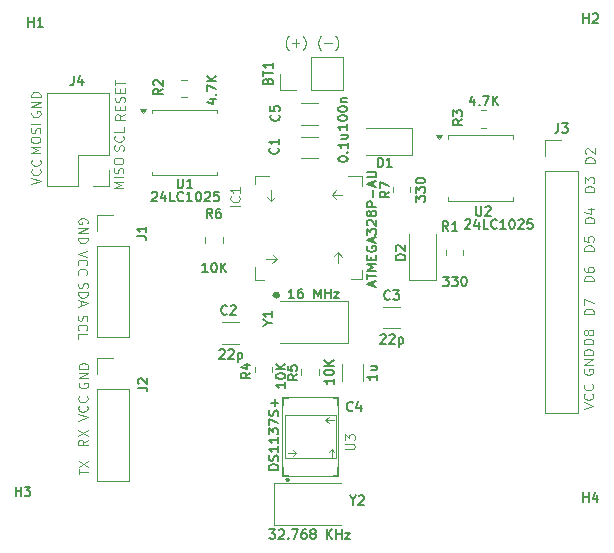
<source format=gbr>
%TF.GenerationSoftware,KiCad,Pcbnew,9.0.1*%
%TF.CreationDate,2025-11-22T15:28:51+03:00*%
%TF.ProjectId,MCU Datalogger wirh 512KB EEPROM,4d435520-4461-4746-916c-6f6767657220,1*%
%TF.SameCoordinates,Original*%
%TF.FileFunction,Legend,Top*%
%TF.FilePolarity,Positive*%
%FSLAX46Y46*%
G04 Gerber Fmt 4.6, Leading zero omitted, Abs format (unit mm)*
G04 Created by KiCad (PCBNEW 9.0.1) date 2025-11-22 15:28:51*
%MOMM*%
%LPD*%
G01*
G04 APERTURE LIST*
%ADD10C,0.100000*%
%ADD11C,0.150000*%
%ADD12C,0.120000*%
%ADD13C,0.050000*%
%ADD14C,0.300000*%
%ADD15C,0.500000*%
G04 APERTURE END LIST*
D10*
X159976895Y-103063734D02*
X159176895Y-103063734D01*
X159176895Y-103063734D02*
X159176895Y-102873258D01*
X159176895Y-102873258D02*
X159214990Y-102758972D01*
X159214990Y-102758972D02*
X159291180Y-102682782D01*
X159291180Y-102682782D02*
X159367371Y-102644687D01*
X159367371Y-102644687D02*
X159519752Y-102606591D01*
X159519752Y-102606591D02*
X159634038Y-102606591D01*
X159634038Y-102606591D02*
X159786419Y-102644687D01*
X159786419Y-102644687D02*
X159862609Y-102682782D01*
X159862609Y-102682782D02*
X159938800Y-102758972D01*
X159938800Y-102758972D02*
X159976895Y-102873258D01*
X159976895Y-102873258D02*
X159976895Y-103063734D01*
X159519752Y-102149449D02*
X159481657Y-102225639D01*
X159481657Y-102225639D02*
X159443561Y-102263734D01*
X159443561Y-102263734D02*
X159367371Y-102301830D01*
X159367371Y-102301830D02*
X159329276Y-102301830D01*
X159329276Y-102301830D02*
X159253085Y-102263734D01*
X159253085Y-102263734D02*
X159214990Y-102225639D01*
X159214990Y-102225639D02*
X159176895Y-102149449D01*
X159176895Y-102149449D02*
X159176895Y-101997068D01*
X159176895Y-101997068D02*
X159214990Y-101920877D01*
X159214990Y-101920877D02*
X159253085Y-101882782D01*
X159253085Y-101882782D02*
X159329276Y-101844687D01*
X159329276Y-101844687D02*
X159367371Y-101844687D01*
X159367371Y-101844687D02*
X159443561Y-101882782D01*
X159443561Y-101882782D02*
X159481657Y-101920877D01*
X159481657Y-101920877D02*
X159519752Y-101997068D01*
X159519752Y-101997068D02*
X159519752Y-102149449D01*
X159519752Y-102149449D02*
X159557847Y-102225639D01*
X159557847Y-102225639D02*
X159595942Y-102263734D01*
X159595942Y-102263734D02*
X159672133Y-102301830D01*
X159672133Y-102301830D02*
X159824514Y-102301830D01*
X159824514Y-102301830D02*
X159900704Y-102263734D01*
X159900704Y-102263734D02*
X159938800Y-102225639D01*
X159938800Y-102225639D02*
X159976895Y-102149449D01*
X159976895Y-102149449D02*
X159976895Y-101997068D01*
X159976895Y-101997068D02*
X159938800Y-101920877D01*
X159938800Y-101920877D02*
X159900704Y-101882782D01*
X159900704Y-101882782D02*
X159824514Y-101844687D01*
X159824514Y-101844687D02*
X159672133Y-101844687D01*
X159672133Y-101844687D02*
X159595942Y-101882782D01*
X159595942Y-101882782D02*
X159557847Y-101920877D01*
X159557847Y-101920877D02*
X159519752Y-101997068D01*
X116346895Y-109548020D02*
X117146895Y-109281353D01*
X117146895Y-109281353D02*
X116346895Y-109014687D01*
X117070704Y-108290877D02*
X117108800Y-108328973D01*
X117108800Y-108328973D02*
X117146895Y-108443258D01*
X117146895Y-108443258D02*
X117146895Y-108519449D01*
X117146895Y-108519449D02*
X117108800Y-108633735D01*
X117108800Y-108633735D02*
X117032609Y-108709925D01*
X117032609Y-108709925D02*
X116956419Y-108748020D01*
X116956419Y-108748020D02*
X116804038Y-108786116D01*
X116804038Y-108786116D02*
X116689752Y-108786116D01*
X116689752Y-108786116D02*
X116537371Y-108748020D01*
X116537371Y-108748020D02*
X116461180Y-108709925D01*
X116461180Y-108709925D02*
X116384990Y-108633735D01*
X116384990Y-108633735D02*
X116346895Y-108519449D01*
X116346895Y-108519449D02*
X116346895Y-108443258D01*
X116346895Y-108443258D02*
X116384990Y-108328973D01*
X116384990Y-108328973D02*
X116423085Y-108290877D01*
X117070704Y-107490877D02*
X117108800Y-107528973D01*
X117108800Y-107528973D02*
X117146895Y-107643258D01*
X117146895Y-107643258D02*
X117146895Y-107719449D01*
X117146895Y-107719449D02*
X117108800Y-107833735D01*
X117108800Y-107833735D02*
X117032609Y-107909925D01*
X117032609Y-107909925D02*
X116956419Y-107948020D01*
X116956419Y-107948020D02*
X116804038Y-107986116D01*
X116804038Y-107986116D02*
X116689752Y-107986116D01*
X116689752Y-107986116D02*
X116537371Y-107948020D01*
X116537371Y-107948020D02*
X116461180Y-107909925D01*
X116461180Y-107909925D02*
X116384990Y-107833735D01*
X116384990Y-107833735D02*
X116346895Y-107719449D01*
X116346895Y-107719449D02*
X116346895Y-107643258D01*
X116346895Y-107643258D02*
X116384990Y-107528973D01*
X116384990Y-107528973D02*
X116423085Y-107490877D01*
X116371200Y-100648169D02*
X116333104Y-100762455D01*
X116333104Y-100762455D02*
X116333104Y-100952931D01*
X116333104Y-100952931D02*
X116371200Y-101029122D01*
X116371200Y-101029122D02*
X116409295Y-101067217D01*
X116409295Y-101067217D02*
X116485485Y-101105312D01*
X116485485Y-101105312D02*
X116561676Y-101105312D01*
X116561676Y-101105312D02*
X116637866Y-101067217D01*
X116637866Y-101067217D02*
X116675961Y-101029122D01*
X116675961Y-101029122D02*
X116714057Y-100952931D01*
X116714057Y-100952931D02*
X116752152Y-100800550D01*
X116752152Y-100800550D02*
X116790247Y-100724360D01*
X116790247Y-100724360D02*
X116828342Y-100686265D01*
X116828342Y-100686265D02*
X116904533Y-100648169D01*
X116904533Y-100648169D02*
X116980723Y-100648169D01*
X116980723Y-100648169D02*
X117056914Y-100686265D01*
X117056914Y-100686265D02*
X117095009Y-100724360D01*
X117095009Y-100724360D02*
X117133104Y-100800550D01*
X117133104Y-100800550D02*
X117133104Y-100991027D01*
X117133104Y-100991027D02*
X117095009Y-101105312D01*
X116409295Y-101905313D02*
X116371200Y-101867217D01*
X116371200Y-101867217D02*
X116333104Y-101752932D01*
X116333104Y-101752932D02*
X116333104Y-101676741D01*
X116333104Y-101676741D02*
X116371200Y-101562455D01*
X116371200Y-101562455D02*
X116447390Y-101486265D01*
X116447390Y-101486265D02*
X116523580Y-101448170D01*
X116523580Y-101448170D02*
X116675961Y-101410074D01*
X116675961Y-101410074D02*
X116790247Y-101410074D01*
X116790247Y-101410074D02*
X116942628Y-101448170D01*
X116942628Y-101448170D02*
X117018819Y-101486265D01*
X117018819Y-101486265D02*
X117095009Y-101562455D01*
X117095009Y-101562455D02*
X117133104Y-101676741D01*
X117133104Y-101676741D02*
X117133104Y-101752932D01*
X117133104Y-101752932D02*
X117095009Y-101867217D01*
X117095009Y-101867217D02*
X117056914Y-101905313D01*
X116333104Y-102629122D02*
X116333104Y-102248170D01*
X116333104Y-102248170D02*
X117133104Y-102248170D01*
X134164836Y-78191657D02*
X134126741Y-78153561D01*
X134126741Y-78153561D02*
X134050550Y-78039276D01*
X134050550Y-78039276D02*
X134012455Y-77963085D01*
X134012455Y-77963085D02*
X133974360Y-77848800D01*
X133974360Y-77848800D02*
X133936265Y-77658323D01*
X133936265Y-77658323D02*
X133936265Y-77505942D01*
X133936265Y-77505942D02*
X133974360Y-77315466D01*
X133974360Y-77315466D02*
X134012455Y-77201180D01*
X134012455Y-77201180D02*
X134050550Y-77124990D01*
X134050550Y-77124990D02*
X134126741Y-77010704D01*
X134126741Y-77010704D02*
X134164836Y-76972609D01*
X134469598Y-77582133D02*
X135079122Y-77582133D01*
X134774360Y-77886895D02*
X134774360Y-77277371D01*
X135383883Y-78191657D02*
X135421978Y-78153561D01*
X135421978Y-78153561D02*
X135498169Y-78039276D01*
X135498169Y-78039276D02*
X135536264Y-77963085D01*
X135536264Y-77963085D02*
X135574359Y-77848800D01*
X135574359Y-77848800D02*
X135612455Y-77658323D01*
X135612455Y-77658323D02*
X135612455Y-77505942D01*
X135612455Y-77505942D02*
X135574359Y-77315466D01*
X135574359Y-77315466D02*
X135536264Y-77201180D01*
X135536264Y-77201180D02*
X135498169Y-77124990D01*
X135498169Y-77124990D02*
X135421978Y-77010704D01*
X135421978Y-77010704D02*
X135383883Y-76972609D01*
X160056895Y-90153734D02*
X159256895Y-90153734D01*
X159256895Y-90153734D02*
X159256895Y-89963258D01*
X159256895Y-89963258D02*
X159294990Y-89848972D01*
X159294990Y-89848972D02*
X159371180Y-89772782D01*
X159371180Y-89772782D02*
X159447371Y-89734687D01*
X159447371Y-89734687D02*
X159599752Y-89696591D01*
X159599752Y-89696591D02*
X159714038Y-89696591D01*
X159714038Y-89696591D02*
X159866419Y-89734687D01*
X159866419Y-89734687D02*
X159942609Y-89772782D01*
X159942609Y-89772782D02*
X160018800Y-89848972D01*
X160018800Y-89848972D02*
X160056895Y-89963258D01*
X160056895Y-89963258D02*
X160056895Y-90153734D01*
X159256895Y-89429925D02*
X159256895Y-88934687D01*
X159256895Y-88934687D02*
X159561657Y-89201353D01*
X159561657Y-89201353D02*
X159561657Y-89087068D01*
X159561657Y-89087068D02*
X159599752Y-89010877D01*
X159599752Y-89010877D02*
X159637847Y-88972782D01*
X159637847Y-88972782D02*
X159714038Y-88934687D01*
X159714038Y-88934687D02*
X159904514Y-88934687D01*
X159904514Y-88934687D02*
X159980704Y-88972782D01*
X159980704Y-88972782D02*
X160018800Y-89010877D01*
X160018800Y-89010877D02*
X160056895Y-89087068D01*
X160056895Y-89087068D02*
X160056895Y-89315639D01*
X160056895Y-89315639D02*
X160018800Y-89391830D01*
X160018800Y-89391830D02*
X159980704Y-89429925D01*
X117115009Y-92855312D02*
X117153104Y-92779122D01*
X117153104Y-92779122D02*
X117153104Y-92664836D01*
X117153104Y-92664836D02*
X117115009Y-92550550D01*
X117115009Y-92550550D02*
X117038819Y-92474360D01*
X117038819Y-92474360D02*
X116962628Y-92436265D01*
X116962628Y-92436265D02*
X116810247Y-92398169D01*
X116810247Y-92398169D02*
X116695961Y-92398169D01*
X116695961Y-92398169D02*
X116543580Y-92436265D01*
X116543580Y-92436265D02*
X116467390Y-92474360D01*
X116467390Y-92474360D02*
X116391200Y-92550550D01*
X116391200Y-92550550D02*
X116353104Y-92664836D01*
X116353104Y-92664836D02*
X116353104Y-92741027D01*
X116353104Y-92741027D02*
X116391200Y-92855312D01*
X116391200Y-92855312D02*
X116429295Y-92893408D01*
X116429295Y-92893408D02*
X116695961Y-92893408D01*
X116695961Y-92893408D02*
X116695961Y-92741027D01*
X116353104Y-93236265D02*
X117153104Y-93236265D01*
X117153104Y-93236265D02*
X116353104Y-93693408D01*
X116353104Y-93693408D02*
X117153104Y-93693408D01*
X116353104Y-94074360D02*
X117153104Y-94074360D01*
X117153104Y-94074360D02*
X117153104Y-94264836D01*
X117153104Y-94264836D02*
X117115009Y-94379122D01*
X117115009Y-94379122D02*
X117038819Y-94455312D01*
X117038819Y-94455312D02*
X116962628Y-94493407D01*
X116962628Y-94493407D02*
X116810247Y-94531503D01*
X116810247Y-94531503D02*
X116695961Y-94531503D01*
X116695961Y-94531503D02*
X116543580Y-94493407D01*
X116543580Y-94493407D02*
X116467390Y-94455312D01*
X116467390Y-94455312D02*
X116391200Y-94379122D01*
X116391200Y-94379122D02*
X116353104Y-94264836D01*
X116353104Y-94264836D02*
X116353104Y-94074360D01*
X160076895Y-87723734D02*
X159276895Y-87723734D01*
X159276895Y-87723734D02*
X159276895Y-87533258D01*
X159276895Y-87533258D02*
X159314990Y-87418972D01*
X159314990Y-87418972D02*
X159391180Y-87342782D01*
X159391180Y-87342782D02*
X159467371Y-87304687D01*
X159467371Y-87304687D02*
X159619752Y-87266591D01*
X159619752Y-87266591D02*
X159734038Y-87266591D01*
X159734038Y-87266591D02*
X159886419Y-87304687D01*
X159886419Y-87304687D02*
X159962609Y-87342782D01*
X159962609Y-87342782D02*
X160038800Y-87418972D01*
X160038800Y-87418972D02*
X160076895Y-87533258D01*
X160076895Y-87533258D02*
X160076895Y-87723734D01*
X159353085Y-86961830D02*
X159314990Y-86923734D01*
X159314990Y-86923734D02*
X159276895Y-86847544D01*
X159276895Y-86847544D02*
X159276895Y-86657068D01*
X159276895Y-86657068D02*
X159314990Y-86580877D01*
X159314990Y-86580877D02*
X159353085Y-86542782D01*
X159353085Y-86542782D02*
X159429276Y-86504687D01*
X159429276Y-86504687D02*
X159505466Y-86504687D01*
X159505466Y-86504687D02*
X159619752Y-86542782D01*
X159619752Y-86542782D02*
X160076895Y-86999925D01*
X160076895Y-86999925D02*
X160076895Y-86504687D01*
X160026895Y-92803734D02*
X159226895Y-92803734D01*
X159226895Y-92803734D02*
X159226895Y-92613258D01*
X159226895Y-92613258D02*
X159264990Y-92498972D01*
X159264990Y-92498972D02*
X159341180Y-92422782D01*
X159341180Y-92422782D02*
X159417371Y-92384687D01*
X159417371Y-92384687D02*
X159569752Y-92346591D01*
X159569752Y-92346591D02*
X159684038Y-92346591D01*
X159684038Y-92346591D02*
X159836419Y-92384687D01*
X159836419Y-92384687D02*
X159912609Y-92422782D01*
X159912609Y-92422782D02*
X159988800Y-92498972D01*
X159988800Y-92498972D02*
X160026895Y-92613258D01*
X160026895Y-92613258D02*
X160026895Y-92803734D01*
X159493561Y-91660877D02*
X160026895Y-91660877D01*
X159188800Y-91851353D02*
X159760228Y-92041830D01*
X159760228Y-92041830D02*
X159760228Y-91546591D01*
X117176895Y-111156591D02*
X116795942Y-111423258D01*
X117176895Y-111613734D02*
X116376895Y-111613734D01*
X116376895Y-111613734D02*
X116376895Y-111308972D01*
X116376895Y-111308972D02*
X116414990Y-111232782D01*
X116414990Y-111232782D02*
X116453085Y-111194687D01*
X116453085Y-111194687D02*
X116529276Y-111156591D01*
X116529276Y-111156591D02*
X116643561Y-111156591D01*
X116643561Y-111156591D02*
X116719752Y-111194687D01*
X116719752Y-111194687D02*
X116757847Y-111232782D01*
X116757847Y-111232782D02*
X116795942Y-111308972D01*
X116795942Y-111308972D02*
X116795942Y-111613734D01*
X116376895Y-110889925D02*
X117176895Y-110356591D01*
X116376895Y-110356591D02*
X117176895Y-110889925D01*
X159986895Y-97753734D02*
X159186895Y-97753734D01*
X159186895Y-97753734D02*
X159186895Y-97563258D01*
X159186895Y-97563258D02*
X159224990Y-97448972D01*
X159224990Y-97448972D02*
X159301180Y-97372782D01*
X159301180Y-97372782D02*
X159377371Y-97334687D01*
X159377371Y-97334687D02*
X159529752Y-97296591D01*
X159529752Y-97296591D02*
X159644038Y-97296591D01*
X159644038Y-97296591D02*
X159796419Y-97334687D01*
X159796419Y-97334687D02*
X159872609Y-97372782D01*
X159872609Y-97372782D02*
X159948800Y-97448972D01*
X159948800Y-97448972D02*
X159986895Y-97563258D01*
X159986895Y-97563258D02*
X159986895Y-97753734D01*
X159186895Y-96610877D02*
X159186895Y-96763258D01*
X159186895Y-96763258D02*
X159224990Y-96839449D01*
X159224990Y-96839449D02*
X159263085Y-96877544D01*
X159263085Y-96877544D02*
X159377371Y-96953734D01*
X159377371Y-96953734D02*
X159529752Y-96991830D01*
X159529752Y-96991830D02*
X159834514Y-96991830D01*
X159834514Y-96991830D02*
X159910704Y-96953734D01*
X159910704Y-96953734D02*
X159948800Y-96915639D01*
X159948800Y-96915639D02*
X159986895Y-96839449D01*
X159986895Y-96839449D02*
X159986895Y-96687068D01*
X159986895Y-96687068D02*
X159948800Y-96610877D01*
X159948800Y-96610877D02*
X159910704Y-96572782D01*
X159910704Y-96572782D02*
X159834514Y-96534687D01*
X159834514Y-96534687D02*
X159644038Y-96534687D01*
X159644038Y-96534687D02*
X159567847Y-96572782D01*
X159567847Y-96572782D02*
X159529752Y-96610877D01*
X159529752Y-96610877D02*
X159491657Y-96687068D01*
X159491657Y-96687068D02*
X159491657Y-96839449D01*
X159491657Y-96839449D02*
X159529752Y-96915639D01*
X159529752Y-96915639D02*
X159567847Y-96953734D01*
X159567847Y-96953734D02*
X159644038Y-96991830D01*
X120178800Y-86701830D02*
X120216895Y-86587544D01*
X120216895Y-86587544D02*
X120216895Y-86397068D01*
X120216895Y-86397068D02*
X120178800Y-86320877D01*
X120178800Y-86320877D02*
X120140704Y-86282782D01*
X120140704Y-86282782D02*
X120064514Y-86244687D01*
X120064514Y-86244687D02*
X119988323Y-86244687D01*
X119988323Y-86244687D02*
X119912133Y-86282782D01*
X119912133Y-86282782D02*
X119874038Y-86320877D01*
X119874038Y-86320877D02*
X119835942Y-86397068D01*
X119835942Y-86397068D02*
X119797847Y-86549449D01*
X119797847Y-86549449D02*
X119759752Y-86625639D01*
X119759752Y-86625639D02*
X119721657Y-86663734D01*
X119721657Y-86663734D02*
X119645466Y-86701830D01*
X119645466Y-86701830D02*
X119569276Y-86701830D01*
X119569276Y-86701830D02*
X119493085Y-86663734D01*
X119493085Y-86663734D02*
X119454990Y-86625639D01*
X119454990Y-86625639D02*
X119416895Y-86549449D01*
X119416895Y-86549449D02*
X119416895Y-86358972D01*
X119416895Y-86358972D02*
X119454990Y-86244687D01*
X120140704Y-85444686D02*
X120178800Y-85482782D01*
X120178800Y-85482782D02*
X120216895Y-85597067D01*
X120216895Y-85597067D02*
X120216895Y-85673258D01*
X120216895Y-85673258D02*
X120178800Y-85787544D01*
X120178800Y-85787544D02*
X120102609Y-85863734D01*
X120102609Y-85863734D02*
X120026419Y-85901829D01*
X120026419Y-85901829D02*
X119874038Y-85939925D01*
X119874038Y-85939925D02*
X119759752Y-85939925D01*
X119759752Y-85939925D02*
X119607371Y-85901829D01*
X119607371Y-85901829D02*
X119531180Y-85863734D01*
X119531180Y-85863734D02*
X119454990Y-85787544D01*
X119454990Y-85787544D02*
X119416895Y-85673258D01*
X119416895Y-85673258D02*
X119416895Y-85597067D01*
X119416895Y-85597067D02*
X119454990Y-85482782D01*
X119454990Y-85482782D02*
X119493085Y-85444686D01*
X120216895Y-84720877D02*
X120216895Y-85101829D01*
X120216895Y-85101829D02*
X119416895Y-85101829D01*
X117103104Y-95151979D02*
X116303104Y-95418646D01*
X116303104Y-95418646D02*
X117103104Y-95685312D01*
X116379295Y-96409122D02*
X116341200Y-96371026D01*
X116341200Y-96371026D02*
X116303104Y-96256741D01*
X116303104Y-96256741D02*
X116303104Y-96180550D01*
X116303104Y-96180550D02*
X116341200Y-96066264D01*
X116341200Y-96066264D02*
X116417390Y-95990074D01*
X116417390Y-95990074D02*
X116493580Y-95951979D01*
X116493580Y-95951979D02*
X116645961Y-95913883D01*
X116645961Y-95913883D02*
X116760247Y-95913883D01*
X116760247Y-95913883D02*
X116912628Y-95951979D01*
X116912628Y-95951979D02*
X116988819Y-95990074D01*
X116988819Y-95990074D02*
X117065009Y-96066264D01*
X117065009Y-96066264D02*
X117103104Y-96180550D01*
X117103104Y-96180550D02*
X117103104Y-96256741D01*
X117103104Y-96256741D02*
X117065009Y-96371026D01*
X117065009Y-96371026D02*
X117026914Y-96409122D01*
X116379295Y-97209122D02*
X116341200Y-97171026D01*
X116341200Y-97171026D02*
X116303104Y-97056741D01*
X116303104Y-97056741D02*
X116303104Y-96980550D01*
X116303104Y-96980550D02*
X116341200Y-96866264D01*
X116341200Y-96866264D02*
X116417390Y-96790074D01*
X116417390Y-96790074D02*
X116493580Y-96751979D01*
X116493580Y-96751979D02*
X116645961Y-96713883D01*
X116645961Y-96713883D02*
X116760247Y-96713883D01*
X116760247Y-96713883D02*
X116912628Y-96751979D01*
X116912628Y-96751979D02*
X116988819Y-96790074D01*
X116988819Y-96790074D02*
X117065009Y-96866264D01*
X117065009Y-96866264D02*
X117103104Y-96980550D01*
X117103104Y-96980550D02*
X117103104Y-97056741D01*
X117103104Y-97056741D02*
X117065009Y-97171026D01*
X117065009Y-97171026D02*
X117026914Y-97209122D01*
X160006895Y-95163734D02*
X159206895Y-95163734D01*
X159206895Y-95163734D02*
X159206895Y-94973258D01*
X159206895Y-94973258D02*
X159244990Y-94858972D01*
X159244990Y-94858972D02*
X159321180Y-94782782D01*
X159321180Y-94782782D02*
X159397371Y-94744687D01*
X159397371Y-94744687D02*
X159549752Y-94706591D01*
X159549752Y-94706591D02*
X159664038Y-94706591D01*
X159664038Y-94706591D02*
X159816419Y-94744687D01*
X159816419Y-94744687D02*
X159892609Y-94782782D01*
X159892609Y-94782782D02*
X159968800Y-94858972D01*
X159968800Y-94858972D02*
X160006895Y-94973258D01*
X160006895Y-94973258D02*
X160006895Y-95163734D01*
X159206895Y-93982782D02*
X159206895Y-94363734D01*
X159206895Y-94363734D02*
X159587847Y-94401830D01*
X159587847Y-94401830D02*
X159549752Y-94363734D01*
X159549752Y-94363734D02*
X159511657Y-94287544D01*
X159511657Y-94287544D02*
X159511657Y-94097068D01*
X159511657Y-94097068D02*
X159549752Y-94020877D01*
X159549752Y-94020877D02*
X159587847Y-93982782D01*
X159587847Y-93982782D02*
X159664038Y-93944687D01*
X159664038Y-93944687D02*
X159854514Y-93944687D01*
X159854514Y-93944687D02*
X159930704Y-93982782D01*
X159930704Y-93982782D02*
X159968800Y-94020877D01*
X159968800Y-94020877D02*
X160006895Y-94097068D01*
X160006895Y-94097068D02*
X160006895Y-94287544D01*
X160006895Y-94287544D02*
X159968800Y-94363734D01*
X159968800Y-94363734D02*
X159930704Y-94401830D01*
X120180066Y-89840913D02*
X119380066Y-89840913D01*
X119380066Y-89840913D02*
X119951494Y-89574247D01*
X119951494Y-89574247D02*
X119380066Y-89307580D01*
X119380066Y-89307580D02*
X120180066Y-89307580D01*
X120180066Y-88926627D02*
X119380066Y-88926627D01*
X120141971Y-88583771D02*
X120180066Y-88469485D01*
X120180066Y-88469485D02*
X120180066Y-88279009D01*
X120180066Y-88279009D02*
X120141971Y-88202818D01*
X120141971Y-88202818D02*
X120103875Y-88164723D01*
X120103875Y-88164723D02*
X120027685Y-88126628D01*
X120027685Y-88126628D02*
X119951494Y-88126628D01*
X119951494Y-88126628D02*
X119875304Y-88164723D01*
X119875304Y-88164723D02*
X119837209Y-88202818D01*
X119837209Y-88202818D02*
X119799113Y-88279009D01*
X119799113Y-88279009D02*
X119761018Y-88431390D01*
X119761018Y-88431390D02*
X119722923Y-88507580D01*
X119722923Y-88507580D02*
X119684828Y-88545675D01*
X119684828Y-88545675D02*
X119608637Y-88583771D01*
X119608637Y-88583771D02*
X119532447Y-88583771D01*
X119532447Y-88583771D02*
X119456256Y-88545675D01*
X119456256Y-88545675D02*
X119418161Y-88507580D01*
X119418161Y-88507580D02*
X119380066Y-88431390D01*
X119380066Y-88431390D02*
X119380066Y-88240913D01*
X119380066Y-88240913D02*
X119418161Y-88126628D01*
X119380066Y-87631389D02*
X119380066Y-87479008D01*
X119380066Y-87479008D02*
X119418161Y-87402818D01*
X119418161Y-87402818D02*
X119494351Y-87326627D01*
X119494351Y-87326627D02*
X119646732Y-87288532D01*
X119646732Y-87288532D02*
X119913399Y-87288532D01*
X119913399Y-87288532D02*
X120065780Y-87326627D01*
X120065780Y-87326627D02*
X120141971Y-87402818D01*
X120141971Y-87402818D02*
X120180066Y-87479008D01*
X120180066Y-87479008D02*
X120180066Y-87631389D01*
X120180066Y-87631389D02*
X120141971Y-87707580D01*
X120141971Y-87707580D02*
X120065780Y-87783770D01*
X120065780Y-87783770D02*
X119913399Y-87821866D01*
X119913399Y-87821866D02*
X119646732Y-87821866D01*
X119646732Y-87821866D02*
X119494351Y-87783770D01*
X119494351Y-87783770D02*
X119418161Y-87707580D01*
X119418161Y-87707580D02*
X119380066Y-87631389D01*
X116464073Y-106362259D02*
X116425978Y-106438449D01*
X116425978Y-106438449D02*
X116425978Y-106552735D01*
X116425978Y-106552735D02*
X116464073Y-106667021D01*
X116464073Y-106667021D02*
X116540263Y-106743211D01*
X116540263Y-106743211D02*
X116616454Y-106781306D01*
X116616454Y-106781306D02*
X116768835Y-106819402D01*
X116768835Y-106819402D02*
X116883121Y-106819402D01*
X116883121Y-106819402D02*
X117035502Y-106781306D01*
X117035502Y-106781306D02*
X117111692Y-106743211D01*
X117111692Y-106743211D02*
X117187883Y-106667021D01*
X117187883Y-106667021D02*
X117225978Y-106552735D01*
X117225978Y-106552735D02*
X117225978Y-106476544D01*
X117225978Y-106476544D02*
X117187883Y-106362259D01*
X117187883Y-106362259D02*
X117149787Y-106324163D01*
X117149787Y-106324163D02*
X116883121Y-106324163D01*
X116883121Y-106324163D02*
X116883121Y-106476544D01*
X117225978Y-105981306D02*
X116425978Y-105981306D01*
X116425978Y-105981306D02*
X117225978Y-105524163D01*
X117225978Y-105524163D02*
X116425978Y-105524163D01*
X117225978Y-105143211D02*
X116425978Y-105143211D01*
X116425978Y-105143211D02*
X116425978Y-104952735D01*
X116425978Y-104952735D02*
X116464073Y-104838449D01*
X116464073Y-104838449D02*
X116540263Y-104762259D01*
X116540263Y-104762259D02*
X116616454Y-104724164D01*
X116616454Y-104724164D02*
X116768835Y-104686068D01*
X116768835Y-104686068D02*
X116883121Y-104686068D01*
X116883121Y-104686068D02*
X117035502Y-104724164D01*
X117035502Y-104724164D02*
X117111692Y-104762259D01*
X117111692Y-104762259D02*
X117187883Y-104838449D01*
X117187883Y-104838449D02*
X117225978Y-104952735D01*
X117225978Y-104952735D02*
X117225978Y-105143211D01*
X116386895Y-114108020D02*
X116386895Y-113650877D01*
X117186895Y-113879449D02*
X116386895Y-113879449D01*
X116386895Y-113460401D02*
X117186895Y-112927067D01*
X116386895Y-112927067D02*
X117186895Y-113460401D01*
X112414990Y-83404687D02*
X112376895Y-83480877D01*
X112376895Y-83480877D02*
X112376895Y-83595163D01*
X112376895Y-83595163D02*
X112414990Y-83709449D01*
X112414990Y-83709449D02*
X112491180Y-83785639D01*
X112491180Y-83785639D02*
X112567371Y-83823734D01*
X112567371Y-83823734D02*
X112719752Y-83861830D01*
X112719752Y-83861830D02*
X112834038Y-83861830D01*
X112834038Y-83861830D02*
X112986419Y-83823734D01*
X112986419Y-83823734D02*
X113062609Y-83785639D01*
X113062609Y-83785639D02*
X113138800Y-83709449D01*
X113138800Y-83709449D02*
X113176895Y-83595163D01*
X113176895Y-83595163D02*
X113176895Y-83518972D01*
X113176895Y-83518972D02*
X113138800Y-83404687D01*
X113138800Y-83404687D02*
X113100704Y-83366591D01*
X113100704Y-83366591D02*
X112834038Y-83366591D01*
X112834038Y-83366591D02*
X112834038Y-83518972D01*
X113176895Y-83023734D02*
X112376895Y-83023734D01*
X112376895Y-83023734D02*
X113176895Y-82566591D01*
X113176895Y-82566591D02*
X112376895Y-82566591D01*
X113176895Y-82185639D02*
X112376895Y-82185639D01*
X112376895Y-82185639D02*
X112376895Y-81995163D01*
X112376895Y-81995163D02*
X112414990Y-81880877D01*
X112414990Y-81880877D02*
X112491180Y-81804687D01*
X112491180Y-81804687D02*
X112567371Y-81766592D01*
X112567371Y-81766592D02*
X112719752Y-81728496D01*
X112719752Y-81728496D02*
X112834038Y-81728496D01*
X112834038Y-81728496D02*
X112986419Y-81766592D01*
X112986419Y-81766592D02*
X113062609Y-81804687D01*
X113062609Y-81804687D02*
X113138800Y-81880877D01*
X113138800Y-81880877D02*
X113176895Y-81995163D01*
X113176895Y-81995163D02*
X113176895Y-82185639D01*
X113156895Y-86913734D02*
X112356895Y-86913734D01*
X112356895Y-86913734D02*
X112928323Y-86647068D01*
X112928323Y-86647068D02*
X112356895Y-86380401D01*
X112356895Y-86380401D02*
X113156895Y-86380401D01*
X112356895Y-85847067D02*
X112356895Y-85694686D01*
X112356895Y-85694686D02*
X112394990Y-85618496D01*
X112394990Y-85618496D02*
X112471180Y-85542305D01*
X112471180Y-85542305D02*
X112623561Y-85504210D01*
X112623561Y-85504210D02*
X112890228Y-85504210D01*
X112890228Y-85504210D02*
X113042609Y-85542305D01*
X113042609Y-85542305D02*
X113118800Y-85618496D01*
X113118800Y-85618496D02*
X113156895Y-85694686D01*
X113156895Y-85694686D02*
X113156895Y-85847067D01*
X113156895Y-85847067D02*
X113118800Y-85923258D01*
X113118800Y-85923258D02*
X113042609Y-85999448D01*
X113042609Y-85999448D02*
X112890228Y-86037544D01*
X112890228Y-86037544D02*
X112623561Y-86037544D01*
X112623561Y-86037544D02*
X112471180Y-85999448D01*
X112471180Y-85999448D02*
X112394990Y-85923258D01*
X112394990Y-85923258D02*
X112356895Y-85847067D01*
X113118800Y-85199449D02*
X113156895Y-85085163D01*
X113156895Y-85085163D02*
X113156895Y-84894687D01*
X113156895Y-84894687D02*
X113118800Y-84818496D01*
X113118800Y-84818496D02*
X113080704Y-84780401D01*
X113080704Y-84780401D02*
X113004514Y-84742306D01*
X113004514Y-84742306D02*
X112928323Y-84742306D01*
X112928323Y-84742306D02*
X112852133Y-84780401D01*
X112852133Y-84780401D02*
X112814038Y-84818496D01*
X112814038Y-84818496D02*
X112775942Y-84894687D01*
X112775942Y-84894687D02*
X112737847Y-85047068D01*
X112737847Y-85047068D02*
X112699752Y-85123258D01*
X112699752Y-85123258D02*
X112661657Y-85161353D01*
X112661657Y-85161353D02*
X112585466Y-85199449D01*
X112585466Y-85199449D02*
X112509276Y-85199449D01*
X112509276Y-85199449D02*
X112433085Y-85161353D01*
X112433085Y-85161353D02*
X112394990Y-85123258D01*
X112394990Y-85123258D02*
X112356895Y-85047068D01*
X112356895Y-85047068D02*
X112356895Y-84856591D01*
X112356895Y-84856591D02*
X112394990Y-84742306D01*
X113156895Y-84399448D02*
X112356895Y-84399448D01*
X136904836Y-78191657D02*
X136866741Y-78153561D01*
X136866741Y-78153561D02*
X136790550Y-78039276D01*
X136790550Y-78039276D02*
X136752455Y-77963085D01*
X136752455Y-77963085D02*
X136714360Y-77848800D01*
X136714360Y-77848800D02*
X136676265Y-77658323D01*
X136676265Y-77658323D02*
X136676265Y-77505942D01*
X136676265Y-77505942D02*
X136714360Y-77315466D01*
X136714360Y-77315466D02*
X136752455Y-77201180D01*
X136752455Y-77201180D02*
X136790550Y-77124990D01*
X136790550Y-77124990D02*
X136866741Y-77010704D01*
X136866741Y-77010704D02*
X136904836Y-76972609D01*
X137209598Y-77582133D02*
X137819122Y-77582133D01*
X138123883Y-78191657D02*
X138161978Y-78153561D01*
X138161978Y-78153561D02*
X138238169Y-78039276D01*
X138238169Y-78039276D02*
X138276264Y-77963085D01*
X138276264Y-77963085D02*
X138314359Y-77848800D01*
X138314359Y-77848800D02*
X138352455Y-77658323D01*
X138352455Y-77658323D02*
X138352455Y-77505942D01*
X138352455Y-77505942D02*
X138314359Y-77315466D01*
X138314359Y-77315466D02*
X138276264Y-77201180D01*
X138276264Y-77201180D02*
X138238169Y-77124990D01*
X138238169Y-77124990D02*
X138161978Y-77010704D01*
X138161978Y-77010704D02*
X138123883Y-76972609D01*
X116391200Y-97868169D02*
X116353104Y-97982455D01*
X116353104Y-97982455D02*
X116353104Y-98172931D01*
X116353104Y-98172931D02*
X116391200Y-98249122D01*
X116391200Y-98249122D02*
X116429295Y-98287217D01*
X116429295Y-98287217D02*
X116505485Y-98325312D01*
X116505485Y-98325312D02*
X116581676Y-98325312D01*
X116581676Y-98325312D02*
X116657866Y-98287217D01*
X116657866Y-98287217D02*
X116695961Y-98249122D01*
X116695961Y-98249122D02*
X116734057Y-98172931D01*
X116734057Y-98172931D02*
X116772152Y-98020550D01*
X116772152Y-98020550D02*
X116810247Y-97944360D01*
X116810247Y-97944360D02*
X116848342Y-97906265D01*
X116848342Y-97906265D02*
X116924533Y-97868169D01*
X116924533Y-97868169D02*
X117000723Y-97868169D01*
X117000723Y-97868169D02*
X117076914Y-97906265D01*
X117076914Y-97906265D02*
X117115009Y-97944360D01*
X117115009Y-97944360D02*
X117153104Y-98020550D01*
X117153104Y-98020550D02*
X117153104Y-98211027D01*
X117153104Y-98211027D02*
X117115009Y-98325312D01*
X116353104Y-98668170D02*
X117153104Y-98668170D01*
X117153104Y-98668170D02*
X117153104Y-98858646D01*
X117153104Y-98858646D02*
X117115009Y-98972932D01*
X117115009Y-98972932D02*
X117038819Y-99049122D01*
X117038819Y-99049122D02*
X116962628Y-99087217D01*
X116962628Y-99087217D02*
X116810247Y-99125313D01*
X116810247Y-99125313D02*
X116695961Y-99125313D01*
X116695961Y-99125313D02*
X116543580Y-99087217D01*
X116543580Y-99087217D02*
X116467390Y-99049122D01*
X116467390Y-99049122D02*
X116391200Y-98972932D01*
X116391200Y-98972932D02*
X116353104Y-98858646D01*
X116353104Y-98858646D02*
X116353104Y-98668170D01*
X116581676Y-99430074D02*
X116581676Y-99811027D01*
X116353104Y-99353884D02*
X117153104Y-99620551D01*
X117153104Y-99620551D02*
X116353104Y-99887217D01*
X159204990Y-105194687D02*
X159166895Y-105270877D01*
X159166895Y-105270877D02*
X159166895Y-105385163D01*
X159166895Y-105385163D02*
X159204990Y-105499449D01*
X159204990Y-105499449D02*
X159281180Y-105575639D01*
X159281180Y-105575639D02*
X159357371Y-105613734D01*
X159357371Y-105613734D02*
X159509752Y-105651830D01*
X159509752Y-105651830D02*
X159624038Y-105651830D01*
X159624038Y-105651830D02*
X159776419Y-105613734D01*
X159776419Y-105613734D02*
X159852609Y-105575639D01*
X159852609Y-105575639D02*
X159928800Y-105499449D01*
X159928800Y-105499449D02*
X159966895Y-105385163D01*
X159966895Y-105385163D02*
X159966895Y-105308972D01*
X159966895Y-105308972D02*
X159928800Y-105194687D01*
X159928800Y-105194687D02*
X159890704Y-105156591D01*
X159890704Y-105156591D02*
X159624038Y-105156591D01*
X159624038Y-105156591D02*
X159624038Y-105308972D01*
X159966895Y-104813734D02*
X159166895Y-104813734D01*
X159166895Y-104813734D02*
X159966895Y-104356591D01*
X159966895Y-104356591D02*
X159166895Y-104356591D01*
X159966895Y-103975639D02*
X159166895Y-103975639D01*
X159166895Y-103975639D02*
X159166895Y-103785163D01*
X159166895Y-103785163D02*
X159204990Y-103670877D01*
X159204990Y-103670877D02*
X159281180Y-103594687D01*
X159281180Y-103594687D02*
X159357371Y-103556592D01*
X159357371Y-103556592D02*
X159509752Y-103518496D01*
X159509752Y-103518496D02*
X159624038Y-103518496D01*
X159624038Y-103518496D02*
X159776419Y-103556592D01*
X159776419Y-103556592D02*
X159852609Y-103594687D01*
X159852609Y-103594687D02*
X159928800Y-103670877D01*
X159928800Y-103670877D02*
X159966895Y-103785163D01*
X159966895Y-103785163D02*
X159966895Y-103975639D01*
X159166895Y-108538020D02*
X159966895Y-108271353D01*
X159966895Y-108271353D02*
X159166895Y-108004687D01*
X159890704Y-107280877D02*
X159928800Y-107318973D01*
X159928800Y-107318973D02*
X159966895Y-107433258D01*
X159966895Y-107433258D02*
X159966895Y-107509449D01*
X159966895Y-107509449D02*
X159928800Y-107623735D01*
X159928800Y-107623735D02*
X159852609Y-107699925D01*
X159852609Y-107699925D02*
X159776419Y-107738020D01*
X159776419Y-107738020D02*
X159624038Y-107776116D01*
X159624038Y-107776116D02*
X159509752Y-107776116D01*
X159509752Y-107776116D02*
X159357371Y-107738020D01*
X159357371Y-107738020D02*
X159281180Y-107699925D01*
X159281180Y-107699925D02*
X159204990Y-107623735D01*
X159204990Y-107623735D02*
X159166895Y-107509449D01*
X159166895Y-107509449D02*
X159166895Y-107433258D01*
X159166895Y-107433258D02*
X159204990Y-107318973D01*
X159204990Y-107318973D02*
X159243085Y-107280877D01*
X159890704Y-106480877D02*
X159928800Y-106518973D01*
X159928800Y-106518973D02*
X159966895Y-106633258D01*
X159966895Y-106633258D02*
X159966895Y-106709449D01*
X159966895Y-106709449D02*
X159928800Y-106823735D01*
X159928800Y-106823735D02*
X159852609Y-106899925D01*
X159852609Y-106899925D02*
X159776419Y-106938020D01*
X159776419Y-106938020D02*
X159624038Y-106976116D01*
X159624038Y-106976116D02*
X159509752Y-106976116D01*
X159509752Y-106976116D02*
X159357371Y-106938020D01*
X159357371Y-106938020D02*
X159281180Y-106899925D01*
X159281180Y-106899925D02*
X159204990Y-106823735D01*
X159204990Y-106823735D02*
X159166895Y-106709449D01*
X159166895Y-106709449D02*
X159166895Y-106633258D01*
X159166895Y-106633258D02*
X159204990Y-106518973D01*
X159204990Y-106518973D02*
X159243085Y-106480877D01*
X159996895Y-100513734D02*
X159196895Y-100513734D01*
X159196895Y-100513734D02*
X159196895Y-100323258D01*
X159196895Y-100323258D02*
X159234990Y-100208972D01*
X159234990Y-100208972D02*
X159311180Y-100132782D01*
X159311180Y-100132782D02*
X159387371Y-100094687D01*
X159387371Y-100094687D02*
X159539752Y-100056591D01*
X159539752Y-100056591D02*
X159654038Y-100056591D01*
X159654038Y-100056591D02*
X159806419Y-100094687D01*
X159806419Y-100094687D02*
X159882609Y-100132782D01*
X159882609Y-100132782D02*
X159958800Y-100208972D01*
X159958800Y-100208972D02*
X159996895Y-100323258D01*
X159996895Y-100323258D02*
X159996895Y-100513734D01*
X159196895Y-99789925D02*
X159196895Y-99256591D01*
X159196895Y-99256591D02*
X159996895Y-99599449D01*
X112375242Y-89525120D02*
X113175242Y-89258453D01*
X113175242Y-89258453D02*
X112375242Y-88991787D01*
X113099051Y-88267977D02*
X113137147Y-88306073D01*
X113137147Y-88306073D02*
X113175242Y-88420358D01*
X113175242Y-88420358D02*
X113175242Y-88496549D01*
X113175242Y-88496549D02*
X113137147Y-88610835D01*
X113137147Y-88610835D02*
X113060956Y-88687025D01*
X113060956Y-88687025D02*
X112984766Y-88725120D01*
X112984766Y-88725120D02*
X112832385Y-88763216D01*
X112832385Y-88763216D02*
X112718099Y-88763216D01*
X112718099Y-88763216D02*
X112565718Y-88725120D01*
X112565718Y-88725120D02*
X112489527Y-88687025D01*
X112489527Y-88687025D02*
X112413337Y-88610835D01*
X112413337Y-88610835D02*
X112375242Y-88496549D01*
X112375242Y-88496549D02*
X112375242Y-88420358D01*
X112375242Y-88420358D02*
X112413337Y-88306073D01*
X112413337Y-88306073D02*
X112451432Y-88267977D01*
X113099051Y-87467977D02*
X113137147Y-87506073D01*
X113137147Y-87506073D02*
X113175242Y-87620358D01*
X113175242Y-87620358D02*
X113175242Y-87696549D01*
X113175242Y-87696549D02*
X113137147Y-87810835D01*
X113137147Y-87810835D02*
X113060956Y-87887025D01*
X113060956Y-87887025D02*
X112984766Y-87925120D01*
X112984766Y-87925120D02*
X112832385Y-87963216D01*
X112832385Y-87963216D02*
X112718099Y-87963216D01*
X112718099Y-87963216D02*
X112565718Y-87925120D01*
X112565718Y-87925120D02*
X112489527Y-87887025D01*
X112489527Y-87887025D02*
X112413337Y-87810835D01*
X112413337Y-87810835D02*
X112375242Y-87696549D01*
X112375242Y-87696549D02*
X112375242Y-87620358D01*
X112375242Y-87620358D02*
X112413337Y-87506073D01*
X112413337Y-87506073D02*
X112451432Y-87467977D01*
X120296895Y-83606591D02*
X119915942Y-83873258D01*
X120296895Y-84063734D02*
X119496895Y-84063734D01*
X119496895Y-84063734D02*
X119496895Y-83758972D01*
X119496895Y-83758972D02*
X119534990Y-83682782D01*
X119534990Y-83682782D02*
X119573085Y-83644687D01*
X119573085Y-83644687D02*
X119649276Y-83606591D01*
X119649276Y-83606591D02*
X119763561Y-83606591D01*
X119763561Y-83606591D02*
X119839752Y-83644687D01*
X119839752Y-83644687D02*
X119877847Y-83682782D01*
X119877847Y-83682782D02*
X119915942Y-83758972D01*
X119915942Y-83758972D02*
X119915942Y-84063734D01*
X119877847Y-83263734D02*
X119877847Y-82997068D01*
X120296895Y-82882782D02*
X120296895Y-83263734D01*
X120296895Y-83263734D02*
X119496895Y-83263734D01*
X119496895Y-83263734D02*
X119496895Y-82882782D01*
X120258800Y-82578020D02*
X120296895Y-82463734D01*
X120296895Y-82463734D02*
X120296895Y-82273258D01*
X120296895Y-82273258D02*
X120258800Y-82197067D01*
X120258800Y-82197067D02*
X120220704Y-82158972D01*
X120220704Y-82158972D02*
X120144514Y-82120877D01*
X120144514Y-82120877D02*
X120068323Y-82120877D01*
X120068323Y-82120877D02*
X119992133Y-82158972D01*
X119992133Y-82158972D02*
X119954038Y-82197067D01*
X119954038Y-82197067D02*
X119915942Y-82273258D01*
X119915942Y-82273258D02*
X119877847Y-82425639D01*
X119877847Y-82425639D02*
X119839752Y-82501829D01*
X119839752Y-82501829D02*
X119801657Y-82539924D01*
X119801657Y-82539924D02*
X119725466Y-82578020D01*
X119725466Y-82578020D02*
X119649276Y-82578020D01*
X119649276Y-82578020D02*
X119573085Y-82539924D01*
X119573085Y-82539924D02*
X119534990Y-82501829D01*
X119534990Y-82501829D02*
X119496895Y-82425639D01*
X119496895Y-82425639D02*
X119496895Y-82235162D01*
X119496895Y-82235162D02*
X119534990Y-82120877D01*
X119877847Y-81778019D02*
X119877847Y-81511353D01*
X120296895Y-81397067D02*
X120296895Y-81778019D01*
X120296895Y-81778019D02*
X119496895Y-81778019D01*
X119496895Y-81778019D02*
X119496895Y-81397067D01*
X119496895Y-81168495D02*
X119496895Y-80711352D01*
X120296895Y-80939924D02*
X119496895Y-80939924D01*
D11*
X111048876Y-115958095D02*
X111048876Y-115158095D01*
X111048876Y-115539047D02*
X111506019Y-115539047D01*
X111506019Y-115958095D02*
X111506019Y-115158095D01*
X111810780Y-115158095D02*
X112306018Y-115158095D01*
X112306018Y-115158095D02*
X112039352Y-115462857D01*
X112039352Y-115462857D02*
X112153637Y-115462857D01*
X112153637Y-115462857D02*
X112229828Y-115500952D01*
X112229828Y-115500952D02*
X112267923Y-115539047D01*
X112267923Y-115539047D02*
X112306018Y-115615238D01*
X112306018Y-115615238D02*
X112306018Y-115805714D01*
X112306018Y-115805714D02*
X112267923Y-115881904D01*
X112267923Y-115881904D02*
X112229828Y-115920000D01*
X112229828Y-115920000D02*
X112153637Y-115958095D01*
X112153637Y-115958095D02*
X111925066Y-115958095D01*
X111925066Y-115958095D02*
X111848875Y-115920000D01*
X111848875Y-115920000D02*
X111810780Y-115881904D01*
X150037876Y-91383295D02*
X150037876Y-92030914D01*
X150037876Y-92030914D02*
X150075971Y-92107104D01*
X150075971Y-92107104D02*
X150114066Y-92145200D01*
X150114066Y-92145200D02*
X150190257Y-92183295D01*
X150190257Y-92183295D02*
X150342638Y-92183295D01*
X150342638Y-92183295D02*
X150418828Y-92145200D01*
X150418828Y-92145200D02*
X150456923Y-92107104D01*
X150456923Y-92107104D02*
X150495019Y-92030914D01*
X150495019Y-92030914D02*
X150495019Y-91383295D01*
X150837875Y-91459485D02*
X150875971Y-91421390D01*
X150875971Y-91421390D02*
X150952161Y-91383295D01*
X150952161Y-91383295D02*
X151142637Y-91383295D01*
X151142637Y-91383295D02*
X151218828Y-91421390D01*
X151218828Y-91421390D02*
X151256923Y-91459485D01*
X151256923Y-91459485D02*
X151295018Y-91535676D01*
X151295018Y-91535676D02*
X151295018Y-91611866D01*
X151295018Y-91611866D02*
X151256923Y-91726152D01*
X151256923Y-91726152D02*
X150799780Y-92183295D01*
X150799780Y-92183295D02*
X151295018Y-92183295D01*
X149111056Y-92577085D02*
X149149152Y-92538990D01*
X149149152Y-92538990D02*
X149225342Y-92500895D01*
X149225342Y-92500895D02*
X149415818Y-92500895D01*
X149415818Y-92500895D02*
X149492009Y-92538990D01*
X149492009Y-92538990D02*
X149530104Y-92577085D01*
X149530104Y-92577085D02*
X149568199Y-92653276D01*
X149568199Y-92653276D02*
X149568199Y-92729466D01*
X149568199Y-92729466D02*
X149530104Y-92843752D01*
X149530104Y-92843752D02*
X149072961Y-93300895D01*
X149072961Y-93300895D02*
X149568199Y-93300895D01*
X150253914Y-92767561D02*
X150253914Y-93300895D01*
X150063438Y-92462800D02*
X149872961Y-93034228D01*
X149872961Y-93034228D02*
X150368200Y-93034228D01*
X151053914Y-93300895D02*
X150672962Y-93300895D01*
X150672962Y-93300895D02*
X150672962Y-92500895D01*
X151777724Y-93224704D02*
X151739628Y-93262800D01*
X151739628Y-93262800D02*
X151625343Y-93300895D01*
X151625343Y-93300895D02*
X151549152Y-93300895D01*
X151549152Y-93300895D02*
X151434866Y-93262800D01*
X151434866Y-93262800D02*
X151358676Y-93186609D01*
X151358676Y-93186609D02*
X151320581Y-93110419D01*
X151320581Y-93110419D02*
X151282485Y-92958038D01*
X151282485Y-92958038D02*
X151282485Y-92843752D01*
X151282485Y-92843752D02*
X151320581Y-92691371D01*
X151320581Y-92691371D02*
X151358676Y-92615180D01*
X151358676Y-92615180D02*
X151434866Y-92538990D01*
X151434866Y-92538990D02*
X151549152Y-92500895D01*
X151549152Y-92500895D02*
X151625343Y-92500895D01*
X151625343Y-92500895D02*
X151739628Y-92538990D01*
X151739628Y-92538990D02*
X151777724Y-92577085D01*
X152539628Y-93300895D02*
X152082485Y-93300895D01*
X152311057Y-93300895D02*
X152311057Y-92500895D01*
X152311057Y-92500895D02*
X152234866Y-92615180D01*
X152234866Y-92615180D02*
X152158676Y-92691371D01*
X152158676Y-92691371D02*
X152082485Y-92729466D01*
X153034867Y-92500895D02*
X153111057Y-92500895D01*
X153111057Y-92500895D02*
X153187248Y-92538990D01*
X153187248Y-92538990D02*
X153225343Y-92577085D01*
X153225343Y-92577085D02*
X153263438Y-92653276D01*
X153263438Y-92653276D02*
X153301533Y-92805657D01*
X153301533Y-92805657D02*
X153301533Y-92996133D01*
X153301533Y-92996133D02*
X153263438Y-93148514D01*
X153263438Y-93148514D02*
X153225343Y-93224704D01*
X153225343Y-93224704D02*
X153187248Y-93262800D01*
X153187248Y-93262800D02*
X153111057Y-93300895D01*
X153111057Y-93300895D02*
X153034867Y-93300895D01*
X153034867Y-93300895D02*
X152958676Y-93262800D01*
X152958676Y-93262800D02*
X152920581Y-93224704D01*
X152920581Y-93224704D02*
X152882486Y-93148514D01*
X152882486Y-93148514D02*
X152844390Y-92996133D01*
X152844390Y-92996133D02*
X152844390Y-92805657D01*
X152844390Y-92805657D02*
X152882486Y-92653276D01*
X152882486Y-92653276D02*
X152920581Y-92577085D01*
X152920581Y-92577085D02*
X152958676Y-92538990D01*
X152958676Y-92538990D02*
X153034867Y-92500895D01*
X153606295Y-92577085D02*
X153644391Y-92538990D01*
X153644391Y-92538990D02*
X153720581Y-92500895D01*
X153720581Y-92500895D02*
X153911057Y-92500895D01*
X153911057Y-92500895D02*
X153987248Y-92538990D01*
X153987248Y-92538990D02*
X154025343Y-92577085D01*
X154025343Y-92577085D02*
X154063438Y-92653276D01*
X154063438Y-92653276D02*
X154063438Y-92729466D01*
X154063438Y-92729466D02*
X154025343Y-92843752D01*
X154025343Y-92843752D02*
X153568200Y-93300895D01*
X153568200Y-93300895D02*
X154063438Y-93300895D01*
X154787248Y-92500895D02*
X154406296Y-92500895D01*
X154406296Y-92500895D02*
X154368200Y-92881847D01*
X154368200Y-92881847D02*
X154406296Y-92843752D01*
X154406296Y-92843752D02*
X154482486Y-92805657D01*
X154482486Y-92805657D02*
X154672962Y-92805657D01*
X154672962Y-92805657D02*
X154749153Y-92843752D01*
X154749153Y-92843752D02*
X154787248Y-92881847D01*
X154787248Y-92881847D02*
X154825343Y-92958038D01*
X154825343Y-92958038D02*
X154825343Y-93148514D01*
X154825343Y-93148514D02*
X154787248Y-93224704D01*
X154787248Y-93224704D02*
X154749153Y-93262800D01*
X154749153Y-93262800D02*
X154672962Y-93300895D01*
X154672962Y-93300895D02*
X154482486Y-93300895D01*
X154482486Y-93300895D02*
X154406296Y-93262800D01*
X154406296Y-93262800D02*
X154368200Y-93224704D01*
X133356104Y-83653332D02*
X133394200Y-83691428D01*
X133394200Y-83691428D02*
X133432295Y-83805713D01*
X133432295Y-83805713D02*
X133432295Y-83881904D01*
X133432295Y-83881904D02*
X133394200Y-83996190D01*
X133394200Y-83996190D02*
X133318009Y-84072380D01*
X133318009Y-84072380D02*
X133241819Y-84110475D01*
X133241819Y-84110475D02*
X133089438Y-84148571D01*
X133089438Y-84148571D02*
X132975152Y-84148571D01*
X132975152Y-84148571D02*
X132822771Y-84110475D01*
X132822771Y-84110475D02*
X132746580Y-84072380D01*
X132746580Y-84072380D02*
X132670390Y-83996190D01*
X132670390Y-83996190D02*
X132632295Y-83881904D01*
X132632295Y-83881904D02*
X132632295Y-83805713D01*
X132632295Y-83805713D02*
X132670390Y-83691428D01*
X132670390Y-83691428D02*
X132708485Y-83653332D01*
X132632295Y-82929523D02*
X132632295Y-83310475D01*
X132632295Y-83310475D02*
X133013247Y-83348571D01*
X133013247Y-83348571D02*
X132975152Y-83310475D01*
X132975152Y-83310475D02*
X132937057Y-83234285D01*
X132937057Y-83234285D02*
X132937057Y-83043809D01*
X132937057Y-83043809D02*
X132975152Y-82967618D01*
X132975152Y-82967618D02*
X133013247Y-82929523D01*
X133013247Y-82929523D02*
X133089438Y-82891428D01*
X133089438Y-82891428D02*
X133279914Y-82891428D01*
X133279914Y-82891428D02*
X133356104Y-82929523D01*
X133356104Y-82929523D02*
X133394200Y-82967618D01*
X133394200Y-82967618D02*
X133432295Y-83043809D01*
X133432295Y-83043809D02*
X133432295Y-83234285D01*
X133432295Y-83234285D02*
X133394200Y-83310475D01*
X133394200Y-83310475D02*
X133356104Y-83348571D01*
X139132295Y-84465238D02*
X139132295Y-84922381D01*
X139132295Y-84693809D02*
X138332295Y-84693809D01*
X138332295Y-84693809D02*
X138446580Y-84770000D01*
X138446580Y-84770000D02*
X138522771Y-84846190D01*
X138522771Y-84846190D02*
X138560866Y-84922381D01*
X138332295Y-83969999D02*
X138332295Y-83893809D01*
X138332295Y-83893809D02*
X138370390Y-83817618D01*
X138370390Y-83817618D02*
X138408485Y-83779523D01*
X138408485Y-83779523D02*
X138484676Y-83741428D01*
X138484676Y-83741428D02*
X138637057Y-83703333D01*
X138637057Y-83703333D02*
X138827533Y-83703333D01*
X138827533Y-83703333D02*
X138979914Y-83741428D01*
X138979914Y-83741428D02*
X139056104Y-83779523D01*
X139056104Y-83779523D02*
X139094200Y-83817618D01*
X139094200Y-83817618D02*
X139132295Y-83893809D01*
X139132295Y-83893809D02*
X139132295Y-83969999D01*
X139132295Y-83969999D02*
X139094200Y-84046190D01*
X139094200Y-84046190D02*
X139056104Y-84084285D01*
X139056104Y-84084285D02*
X138979914Y-84122380D01*
X138979914Y-84122380D02*
X138827533Y-84160476D01*
X138827533Y-84160476D02*
X138637057Y-84160476D01*
X138637057Y-84160476D02*
X138484676Y-84122380D01*
X138484676Y-84122380D02*
X138408485Y-84084285D01*
X138408485Y-84084285D02*
X138370390Y-84046190D01*
X138370390Y-84046190D02*
X138332295Y-83969999D01*
X138332295Y-83208094D02*
X138332295Y-83131904D01*
X138332295Y-83131904D02*
X138370390Y-83055713D01*
X138370390Y-83055713D02*
X138408485Y-83017618D01*
X138408485Y-83017618D02*
X138484676Y-82979523D01*
X138484676Y-82979523D02*
X138637057Y-82941428D01*
X138637057Y-82941428D02*
X138827533Y-82941428D01*
X138827533Y-82941428D02*
X138979914Y-82979523D01*
X138979914Y-82979523D02*
X139056104Y-83017618D01*
X139056104Y-83017618D02*
X139094200Y-83055713D01*
X139094200Y-83055713D02*
X139132295Y-83131904D01*
X139132295Y-83131904D02*
X139132295Y-83208094D01*
X139132295Y-83208094D02*
X139094200Y-83284285D01*
X139094200Y-83284285D02*
X139056104Y-83322380D01*
X139056104Y-83322380D02*
X138979914Y-83360475D01*
X138979914Y-83360475D02*
X138827533Y-83398571D01*
X138827533Y-83398571D02*
X138637057Y-83398571D01*
X138637057Y-83398571D02*
X138484676Y-83360475D01*
X138484676Y-83360475D02*
X138408485Y-83322380D01*
X138408485Y-83322380D02*
X138370390Y-83284285D01*
X138370390Y-83284285D02*
X138332295Y-83208094D01*
X138598961Y-82598570D02*
X139132295Y-82598570D01*
X138675152Y-82598570D02*
X138637057Y-82560475D01*
X138637057Y-82560475D02*
X138598961Y-82484285D01*
X138598961Y-82484285D02*
X138598961Y-82369999D01*
X138598961Y-82369999D02*
X138637057Y-82293808D01*
X138637057Y-82293808D02*
X138713247Y-82255713D01*
X138713247Y-82255713D02*
X139132295Y-82255713D01*
X132424842Y-101243051D02*
X132805795Y-101243051D01*
X132005795Y-101509718D02*
X132424842Y-101243051D01*
X132424842Y-101243051D02*
X132005795Y-100976385D01*
X132805795Y-100290671D02*
X132805795Y-100747814D01*
X132805795Y-100519242D02*
X132005795Y-100519242D01*
X132005795Y-100519242D02*
X132120080Y-100595433D01*
X132120080Y-100595433D02*
X132196271Y-100671623D01*
X132196271Y-100671623D02*
X132234366Y-100747814D01*
X134639256Y-99193695D02*
X134182113Y-99193695D01*
X134410685Y-99193695D02*
X134410685Y-98393695D01*
X134410685Y-98393695D02*
X134334494Y-98507980D01*
X134334494Y-98507980D02*
X134258304Y-98584171D01*
X134258304Y-98584171D02*
X134182113Y-98622266D01*
X135324971Y-98393695D02*
X135172590Y-98393695D01*
X135172590Y-98393695D02*
X135096399Y-98431790D01*
X135096399Y-98431790D02*
X135058304Y-98469885D01*
X135058304Y-98469885D02*
X134982114Y-98584171D01*
X134982114Y-98584171D02*
X134944018Y-98736552D01*
X134944018Y-98736552D02*
X134944018Y-99041314D01*
X134944018Y-99041314D02*
X134982114Y-99117504D01*
X134982114Y-99117504D02*
X135020209Y-99155600D01*
X135020209Y-99155600D02*
X135096399Y-99193695D01*
X135096399Y-99193695D02*
X135248780Y-99193695D01*
X135248780Y-99193695D02*
X135324971Y-99155600D01*
X135324971Y-99155600D02*
X135363066Y-99117504D01*
X135363066Y-99117504D02*
X135401161Y-99041314D01*
X135401161Y-99041314D02*
X135401161Y-98850838D01*
X135401161Y-98850838D02*
X135363066Y-98774647D01*
X135363066Y-98774647D02*
X135324971Y-98736552D01*
X135324971Y-98736552D02*
X135248780Y-98698457D01*
X135248780Y-98698457D02*
X135096399Y-98698457D01*
X135096399Y-98698457D02*
X135020209Y-98736552D01*
X135020209Y-98736552D02*
X134982114Y-98774647D01*
X134982114Y-98774647D02*
X134944018Y-98850838D01*
X136353543Y-99193695D02*
X136353543Y-98393695D01*
X136353543Y-98393695D02*
X136620209Y-98965123D01*
X136620209Y-98965123D02*
X136886876Y-98393695D01*
X136886876Y-98393695D02*
X136886876Y-99193695D01*
X137267829Y-99193695D02*
X137267829Y-98393695D01*
X137267829Y-98774647D02*
X137724972Y-98774647D01*
X137724972Y-99193695D02*
X137724972Y-98393695D01*
X138029733Y-98660361D02*
X138448781Y-98660361D01*
X138448781Y-98660361D02*
X138029733Y-99193695D01*
X138029733Y-99193695D02*
X138448781Y-99193695D01*
X144025795Y-95927575D02*
X143225795Y-95927575D01*
X143225795Y-95927575D02*
X143225795Y-95737099D01*
X143225795Y-95737099D02*
X143263890Y-95622813D01*
X143263890Y-95622813D02*
X143340080Y-95546623D01*
X143340080Y-95546623D02*
X143416271Y-95508528D01*
X143416271Y-95508528D02*
X143568652Y-95470432D01*
X143568652Y-95470432D02*
X143682938Y-95470432D01*
X143682938Y-95470432D02*
X143835319Y-95508528D01*
X143835319Y-95508528D02*
X143911509Y-95546623D01*
X143911509Y-95546623D02*
X143987700Y-95622813D01*
X143987700Y-95622813D02*
X144025795Y-95737099D01*
X144025795Y-95737099D02*
X144025795Y-95927575D01*
X143301985Y-95165671D02*
X143263890Y-95127575D01*
X143263890Y-95127575D02*
X143225795Y-95051385D01*
X143225795Y-95051385D02*
X143225795Y-94860909D01*
X143225795Y-94860909D02*
X143263890Y-94784718D01*
X143263890Y-94784718D02*
X143301985Y-94746623D01*
X143301985Y-94746623D02*
X143378176Y-94708528D01*
X143378176Y-94708528D02*
X143454366Y-94708528D01*
X143454366Y-94708528D02*
X143568652Y-94746623D01*
X143568652Y-94746623D02*
X144025795Y-95203766D01*
X144025795Y-95203766D02*
X144025795Y-94708528D01*
X142678495Y-90150932D02*
X142297542Y-90417599D01*
X142678495Y-90608075D02*
X141878495Y-90608075D01*
X141878495Y-90608075D02*
X141878495Y-90303313D01*
X141878495Y-90303313D02*
X141916590Y-90227123D01*
X141916590Y-90227123D02*
X141954685Y-90189028D01*
X141954685Y-90189028D02*
X142030876Y-90150932D01*
X142030876Y-90150932D02*
X142145161Y-90150932D01*
X142145161Y-90150932D02*
X142221352Y-90189028D01*
X142221352Y-90189028D02*
X142259447Y-90227123D01*
X142259447Y-90227123D02*
X142297542Y-90303313D01*
X142297542Y-90303313D02*
X142297542Y-90608075D01*
X141878495Y-89884266D02*
X141878495Y-89350932D01*
X141878495Y-89350932D02*
X142678495Y-89693790D01*
X144930795Y-91015671D02*
X144930795Y-90520433D01*
X144930795Y-90520433D02*
X145235557Y-90787099D01*
X145235557Y-90787099D02*
X145235557Y-90672814D01*
X145235557Y-90672814D02*
X145273652Y-90596623D01*
X145273652Y-90596623D02*
X145311747Y-90558528D01*
X145311747Y-90558528D02*
X145387938Y-90520433D01*
X145387938Y-90520433D02*
X145578414Y-90520433D01*
X145578414Y-90520433D02*
X145654604Y-90558528D01*
X145654604Y-90558528D02*
X145692700Y-90596623D01*
X145692700Y-90596623D02*
X145730795Y-90672814D01*
X145730795Y-90672814D02*
X145730795Y-90901385D01*
X145730795Y-90901385D02*
X145692700Y-90977576D01*
X145692700Y-90977576D02*
X145654604Y-91015671D01*
X144930795Y-90253766D02*
X144930795Y-89758528D01*
X144930795Y-89758528D02*
X145235557Y-90025194D01*
X145235557Y-90025194D02*
X145235557Y-89910909D01*
X145235557Y-89910909D02*
X145273652Y-89834718D01*
X145273652Y-89834718D02*
X145311747Y-89796623D01*
X145311747Y-89796623D02*
X145387938Y-89758528D01*
X145387938Y-89758528D02*
X145578414Y-89758528D01*
X145578414Y-89758528D02*
X145654604Y-89796623D01*
X145654604Y-89796623D02*
X145692700Y-89834718D01*
X145692700Y-89834718D02*
X145730795Y-89910909D01*
X145730795Y-89910909D02*
X145730795Y-90139480D01*
X145730795Y-90139480D02*
X145692700Y-90215671D01*
X145692700Y-90215671D02*
X145654604Y-90253766D01*
X144930795Y-89263289D02*
X144930795Y-89187099D01*
X144930795Y-89187099D02*
X144968890Y-89110908D01*
X144968890Y-89110908D02*
X145006985Y-89072813D01*
X145006985Y-89072813D02*
X145083176Y-89034718D01*
X145083176Y-89034718D02*
X145235557Y-88996623D01*
X145235557Y-88996623D02*
X145426033Y-88996623D01*
X145426033Y-88996623D02*
X145578414Y-89034718D01*
X145578414Y-89034718D02*
X145654604Y-89072813D01*
X145654604Y-89072813D02*
X145692700Y-89110908D01*
X145692700Y-89110908D02*
X145730795Y-89187099D01*
X145730795Y-89187099D02*
X145730795Y-89263289D01*
X145730795Y-89263289D02*
X145692700Y-89339480D01*
X145692700Y-89339480D02*
X145654604Y-89377575D01*
X145654604Y-89377575D02*
X145578414Y-89415670D01*
X145578414Y-89415670D02*
X145426033Y-89453766D01*
X145426033Y-89453766D02*
X145235557Y-89453766D01*
X145235557Y-89453766D02*
X145083176Y-89415670D01*
X145083176Y-89415670D02*
X145006985Y-89377575D01*
X145006985Y-89377575D02*
X144968890Y-89339480D01*
X144968890Y-89339480D02*
X144930795Y-89263289D01*
X130942295Y-105483332D02*
X130561342Y-105749999D01*
X130942295Y-105940475D02*
X130142295Y-105940475D01*
X130142295Y-105940475D02*
X130142295Y-105635713D01*
X130142295Y-105635713D02*
X130180390Y-105559523D01*
X130180390Y-105559523D02*
X130218485Y-105521428D01*
X130218485Y-105521428D02*
X130294676Y-105483332D01*
X130294676Y-105483332D02*
X130408961Y-105483332D01*
X130408961Y-105483332D02*
X130485152Y-105521428D01*
X130485152Y-105521428D02*
X130523247Y-105559523D01*
X130523247Y-105559523D02*
X130561342Y-105635713D01*
X130561342Y-105635713D02*
X130561342Y-105940475D01*
X130408961Y-104797618D02*
X130942295Y-104797618D01*
X130104200Y-104988094D02*
X130675628Y-105178571D01*
X130675628Y-105178571D02*
X130675628Y-104683332D01*
X133890095Y-106317981D02*
X133890095Y-106775124D01*
X133890095Y-106546552D02*
X133090095Y-106546552D01*
X133090095Y-106546552D02*
X133204380Y-106622743D01*
X133204380Y-106622743D02*
X133280571Y-106698933D01*
X133280571Y-106698933D02*
X133318666Y-106775124D01*
X133090095Y-105822742D02*
X133090095Y-105746552D01*
X133090095Y-105746552D02*
X133128190Y-105670361D01*
X133128190Y-105670361D02*
X133166285Y-105632266D01*
X133166285Y-105632266D02*
X133242476Y-105594171D01*
X133242476Y-105594171D02*
X133394857Y-105556076D01*
X133394857Y-105556076D02*
X133585333Y-105556076D01*
X133585333Y-105556076D02*
X133737714Y-105594171D01*
X133737714Y-105594171D02*
X133813904Y-105632266D01*
X133813904Y-105632266D02*
X133852000Y-105670361D01*
X133852000Y-105670361D02*
X133890095Y-105746552D01*
X133890095Y-105746552D02*
X133890095Y-105822742D01*
X133890095Y-105822742D02*
X133852000Y-105898933D01*
X133852000Y-105898933D02*
X133813904Y-105937028D01*
X133813904Y-105937028D02*
X133737714Y-105975123D01*
X133737714Y-105975123D02*
X133585333Y-106013219D01*
X133585333Y-106013219D02*
X133394857Y-106013219D01*
X133394857Y-106013219D02*
X133242476Y-105975123D01*
X133242476Y-105975123D02*
X133166285Y-105937028D01*
X133166285Y-105937028D02*
X133128190Y-105898933D01*
X133128190Y-105898933D02*
X133090095Y-105822742D01*
X133890095Y-105213218D02*
X133090095Y-105213218D01*
X133890095Y-104756075D02*
X133432952Y-105098933D01*
X133090095Y-104756075D02*
X133547238Y-105213218D01*
X139586667Y-108686104D02*
X139548571Y-108724200D01*
X139548571Y-108724200D02*
X139434286Y-108762295D01*
X139434286Y-108762295D02*
X139358095Y-108762295D01*
X139358095Y-108762295D02*
X139243809Y-108724200D01*
X139243809Y-108724200D02*
X139167619Y-108648009D01*
X139167619Y-108648009D02*
X139129524Y-108571819D01*
X139129524Y-108571819D02*
X139091428Y-108419438D01*
X139091428Y-108419438D02*
X139091428Y-108305152D01*
X139091428Y-108305152D02*
X139129524Y-108152771D01*
X139129524Y-108152771D02*
X139167619Y-108076580D01*
X139167619Y-108076580D02*
X139243809Y-108000390D01*
X139243809Y-108000390D02*
X139358095Y-107962295D01*
X139358095Y-107962295D02*
X139434286Y-107962295D01*
X139434286Y-107962295D02*
X139548571Y-108000390D01*
X139548571Y-108000390D02*
X139586667Y-108038485D01*
X140272381Y-108228961D02*
X140272381Y-108762295D01*
X140081905Y-107924200D02*
X139891428Y-108495628D01*
X139891428Y-108495628D02*
X140386667Y-108495628D01*
X141642295Y-105643333D02*
X141642295Y-106100476D01*
X141642295Y-105871904D02*
X140842295Y-105871904D01*
X140842295Y-105871904D02*
X140956580Y-105948095D01*
X140956580Y-105948095D02*
X141032771Y-106024285D01*
X141032771Y-106024285D02*
X141070866Y-106100476D01*
X141108961Y-104957618D02*
X141642295Y-104957618D01*
X141108961Y-105300475D02*
X141528009Y-105300475D01*
X141528009Y-105300475D02*
X141604200Y-105262380D01*
X141604200Y-105262380D02*
X141642295Y-105186190D01*
X141642295Y-105186190D02*
X141642295Y-105071904D01*
X141642295Y-105071904D02*
X141604200Y-104995713D01*
X141604200Y-104995713D02*
X141566104Y-104957618D01*
X127706667Y-92392295D02*
X127440000Y-92011342D01*
X127249524Y-92392295D02*
X127249524Y-91592295D01*
X127249524Y-91592295D02*
X127554286Y-91592295D01*
X127554286Y-91592295D02*
X127630476Y-91630390D01*
X127630476Y-91630390D02*
X127668571Y-91668485D01*
X127668571Y-91668485D02*
X127706667Y-91744676D01*
X127706667Y-91744676D02*
X127706667Y-91858961D01*
X127706667Y-91858961D02*
X127668571Y-91935152D01*
X127668571Y-91935152D02*
X127630476Y-91973247D01*
X127630476Y-91973247D02*
X127554286Y-92011342D01*
X127554286Y-92011342D02*
X127249524Y-92011342D01*
X128392381Y-91592295D02*
X128240000Y-91592295D01*
X128240000Y-91592295D02*
X128163809Y-91630390D01*
X128163809Y-91630390D02*
X128125714Y-91668485D01*
X128125714Y-91668485D02*
X128049524Y-91782771D01*
X128049524Y-91782771D02*
X128011428Y-91935152D01*
X128011428Y-91935152D02*
X128011428Y-92239914D01*
X128011428Y-92239914D02*
X128049524Y-92316104D01*
X128049524Y-92316104D02*
X128087619Y-92354200D01*
X128087619Y-92354200D02*
X128163809Y-92392295D01*
X128163809Y-92392295D02*
X128316190Y-92392295D01*
X128316190Y-92392295D02*
X128392381Y-92354200D01*
X128392381Y-92354200D02*
X128430476Y-92316104D01*
X128430476Y-92316104D02*
X128468571Y-92239914D01*
X128468571Y-92239914D02*
X128468571Y-92049438D01*
X128468571Y-92049438D02*
X128430476Y-91973247D01*
X128430476Y-91973247D02*
X128392381Y-91935152D01*
X128392381Y-91935152D02*
X128316190Y-91897057D01*
X128316190Y-91897057D02*
X128163809Y-91897057D01*
X128163809Y-91897057D02*
X128087619Y-91935152D01*
X128087619Y-91935152D02*
X128049524Y-91973247D01*
X128049524Y-91973247D02*
X128011428Y-92049438D01*
X127337618Y-96982295D02*
X126880475Y-96982295D01*
X127109047Y-96982295D02*
X127109047Y-96182295D01*
X127109047Y-96182295D02*
X127032856Y-96296580D01*
X127032856Y-96296580D02*
X126956666Y-96372771D01*
X126956666Y-96372771D02*
X126880475Y-96410866D01*
X127832857Y-96182295D02*
X127909047Y-96182295D01*
X127909047Y-96182295D02*
X127985238Y-96220390D01*
X127985238Y-96220390D02*
X128023333Y-96258485D01*
X128023333Y-96258485D02*
X128061428Y-96334676D01*
X128061428Y-96334676D02*
X128099523Y-96487057D01*
X128099523Y-96487057D02*
X128099523Y-96677533D01*
X128099523Y-96677533D02*
X128061428Y-96829914D01*
X128061428Y-96829914D02*
X128023333Y-96906104D01*
X128023333Y-96906104D02*
X127985238Y-96944200D01*
X127985238Y-96944200D02*
X127909047Y-96982295D01*
X127909047Y-96982295D02*
X127832857Y-96982295D01*
X127832857Y-96982295D02*
X127756666Y-96944200D01*
X127756666Y-96944200D02*
X127718571Y-96906104D01*
X127718571Y-96906104D02*
X127680476Y-96829914D01*
X127680476Y-96829914D02*
X127642380Y-96677533D01*
X127642380Y-96677533D02*
X127642380Y-96487057D01*
X127642380Y-96487057D02*
X127680476Y-96334676D01*
X127680476Y-96334676D02*
X127718571Y-96258485D01*
X127718571Y-96258485D02*
X127756666Y-96220390D01*
X127756666Y-96220390D02*
X127832857Y-96182295D01*
X128442381Y-96982295D02*
X128442381Y-96182295D01*
X128899524Y-96982295D02*
X128556666Y-96525152D01*
X128899524Y-96182295D02*
X128442381Y-96639438D01*
X157001833Y-84364395D02*
X157001833Y-84935823D01*
X157001833Y-84935823D02*
X156963738Y-85050109D01*
X156963738Y-85050109D02*
X156887547Y-85126300D01*
X156887547Y-85126300D02*
X156773262Y-85164395D01*
X156773262Y-85164395D02*
X156697071Y-85164395D01*
X157306595Y-84364395D02*
X157801833Y-84364395D01*
X157801833Y-84364395D02*
X157535167Y-84669157D01*
X157535167Y-84669157D02*
X157649452Y-84669157D01*
X157649452Y-84669157D02*
X157725643Y-84707252D01*
X157725643Y-84707252D02*
X157763738Y-84745347D01*
X157763738Y-84745347D02*
X157801833Y-84821538D01*
X157801833Y-84821538D02*
X157801833Y-85012014D01*
X157801833Y-85012014D02*
X157763738Y-85088204D01*
X157763738Y-85088204D02*
X157725643Y-85126300D01*
X157725643Y-85126300D02*
X157649452Y-85164395D01*
X157649452Y-85164395D02*
X157420881Y-85164395D01*
X157420881Y-85164395D02*
X157344690Y-85126300D01*
X157344690Y-85126300D02*
X157306595Y-85088204D01*
X139612548Y-116293442D02*
X139612548Y-116674395D01*
X139345881Y-115874395D02*
X139612548Y-116293442D01*
X139612548Y-116293442D02*
X139879214Y-115874395D01*
X140107785Y-115950585D02*
X140145881Y-115912490D01*
X140145881Y-115912490D02*
X140222071Y-115874395D01*
X140222071Y-115874395D02*
X140412547Y-115874395D01*
X140412547Y-115874395D02*
X140488738Y-115912490D01*
X140488738Y-115912490D02*
X140526833Y-115950585D01*
X140526833Y-115950585D02*
X140564928Y-116026776D01*
X140564928Y-116026776D02*
X140564928Y-116102966D01*
X140564928Y-116102966D02*
X140526833Y-116217252D01*
X140526833Y-116217252D02*
X140069690Y-116674395D01*
X140069690Y-116674395D02*
X140564928Y-116674395D01*
X132537628Y-118764495D02*
X133032866Y-118764495D01*
X133032866Y-118764495D02*
X132766200Y-119069257D01*
X132766200Y-119069257D02*
X132880485Y-119069257D01*
X132880485Y-119069257D02*
X132956676Y-119107352D01*
X132956676Y-119107352D02*
X132994771Y-119145447D01*
X132994771Y-119145447D02*
X133032866Y-119221638D01*
X133032866Y-119221638D02*
X133032866Y-119412114D01*
X133032866Y-119412114D02*
X132994771Y-119488304D01*
X132994771Y-119488304D02*
X132956676Y-119526400D01*
X132956676Y-119526400D02*
X132880485Y-119564495D01*
X132880485Y-119564495D02*
X132651914Y-119564495D01*
X132651914Y-119564495D02*
X132575723Y-119526400D01*
X132575723Y-119526400D02*
X132537628Y-119488304D01*
X133337628Y-118840685D02*
X133375724Y-118802590D01*
X133375724Y-118802590D02*
X133451914Y-118764495D01*
X133451914Y-118764495D02*
X133642390Y-118764495D01*
X133642390Y-118764495D02*
X133718581Y-118802590D01*
X133718581Y-118802590D02*
X133756676Y-118840685D01*
X133756676Y-118840685D02*
X133794771Y-118916876D01*
X133794771Y-118916876D02*
X133794771Y-118993066D01*
X133794771Y-118993066D02*
X133756676Y-119107352D01*
X133756676Y-119107352D02*
X133299533Y-119564495D01*
X133299533Y-119564495D02*
X133794771Y-119564495D01*
X134137629Y-119488304D02*
X134175724Y-119526400D01*
X134175724Y-119526400D02*
X134137629Y-119564495D01*
X134137629Y-119564495D02*
X134099533Y-119526400D01*
X134099533Y-119526400D02*
X134137629Y-119488304D01*
X134137629Y-119488304D02*
X134137629Y-119564495D01*
X134442390Y-118764495D02*
X134975724Y-118764495D01*
X134975724Y-118764495D02*
X134632866Y-119564495D01*
X135623343Y-118764495D02*
X135470962Y-118764495D01*
X135470962Y-118764495D02*
X135394771Y-118802590D01*
X135394771Y-118802590D02*
X135356676Y-118840685D01*
X135356676Y-118840685D02*
X135280486Y-118954971D01*
X135280486Y-118954971D02*
X135242390Y-119107352D01*
X135242390Y-119107352D02*
X135242390Y-119412114D01*
X135242390Y-119412114D02*
X135280486Y-119488304D01*
X135280486Y-119488304D02*
X135318581Y-119526400D01*
X135318581Y-119526400D02*
X135394771Y-119564495D01*
X135394771Y-119564495D02*
X135547152Y-119564495D01*
X135547152Y-119564495D02*
X135623343Y-119526400D01*
X135623343Y-119526400D02*
X135661438Y-119488304D01*
X135661438Y-119488304D02*
X135699533Y-119412114D01*
X135699533Y-119412114D02*
X135699533Y-119221638D01*
X135699533Y-119221638D02*
X135661438Y-119145447D01*
X135661438Y-119145447D02*
X135623343Y-119107352D01*
X135623343Y-119107352D02*
X135547152Y-119069257D01*
X135547152Y-119069257D02*
X135394771Y-119069257D01*
X135394771Y-119069257D02*
X135318581Y-119107352D01*
X135318581Y-119107352D02*
X135280486Y-119145447D01*
X135280486Y-119145447D02*
X135242390Y-119221638D01*
X136156676Y-119107352D02*
X136080486Y-119069257D01*
X136080486Y-119069257D02*
X136042391Y-119031161D01*
X136042391Y-119031161D02*
X136004295Y-118954971D01*
X136004295Y-118954971D02*
X136004295Y-118916876D01*
X136004295Y-118916876D02*
X136042391Y-118840685D01*
X136042391Y-118840685D02*
X136080486Y-118802590D01*
X136080486Y-118802590D02*
X136156676Y-118764495D01*
X136156676Y-118764495D02*
X136309057Y-118764495D01*
X136309057Y-118764495D02*
X136385248Y-118802590D01*
X136385248Y-118802590D02*
X136423343Y-118840685D01*
X136423343Y-118840685D02*
X136461438Y-118916876D01*
X136461438Y-118916876D02*
X136461438Y-118954971D01*
X136461438Y-118954971D02*
X136423343Y-119031161D01*
X136423343Y-119031161D02*
X136385248Y-119069257D01*
X136385248Y-119069257D02*
X136309057Y-119107352D01*
X136309057Y-119107352D02*
X136156676Y-119107352D01*
X136156676Y-119107352D02*
X136080486Y-119145447D01*
X136080486Y-119145447D02*
X136042391Y-119183542D01*
X136042391Y-119183542D02*
X136004295Y-119259733D01*
X136004295Y-119259733D02*
X136004295Y-119412114D01*
X136004295Y-119412114D02*
X136042391Y-119488304D01*
X136042391Y-119488304D02*
X136080486Y-119526400D01*
X136080486Y-119526400D02*
X136156676Y-119564495D01*
X136156676Y-119564495D02*
X136309057Y-119564495D01*
X136309057Y-119564495D02*
X136385248Y-119526400D01*
X136385248Y-119526400D02*
X136423343Y-119488304D01*
X136423343Y-119488304D02*
X136461438Y-119412114D01*
X136461438Y-119412114D02*
X136461438Y-119259733D01*
X136461438Y-119259733D02*
X136423343Y-119183542D01*
X136423343Y-119183542D02*
X136385248Y-119145447D01*
X136385248Y-119145447D02*
X136309057Y-119107352D01*
X137413820Y-119564495D02*
X137413820Y-118764495D01*
X137870963Y-119564495D02*
X137528105Y-119107352D01*
X137870963Y-118764495D02*
X137413820Y-119221638D01*
X138213820Y-119564495D02*
X138213820Y-118764495D01*
X138213820Y-119145447D02*
X138670963Y-119145447D01*
X138670963Y-119564495D02*
X138670963Y-118764495D01*
X138975724Y-119031161D02*
X139394772Y-119031161D01*
X139394772Y-119031161D02*
X138975724Y-119564495D01*
X138975724Y-119564495D02*
X139394772Y-119564495D01*
X132391747Y-80790671D02*
X132429842Y-80676385D01*
X132429842Y-80676385D02*
X132467938Y-80638290D01*
X132467938Y-80638290D02*
X132544128Y-80600194D01*
X132544128Y-80600194D02*
X132658414Y-80600194D01*
X132658414Y-80600194D02*
X132734604Y-80638290D01*
X132734604Y-80638290D02*
X132772700Y-80676385D01*
X132772700Y-80676385D02*
X132810795Y-80752575D01*
X132810795Y-80752575D02*
X132810795Y-81057337D01*
X132810795Y-81057337D02*
X132010795Y-81057337D01*
X132010795Y-81057337D02*
X132010795Y-80790671D01*
X132010795Y-80790671D02*
X132048890Y-80714480D01*
X132048890Y-80714480D02*
X132086985Y-80676385D01*
X132086985Y-80676385D02*
X132163176Y-80638290D01*
X132163176Y-80638290D02*
X132239366Y-80638290D01*
X132239366Y-80638290D02*
X132315557Y-80676385D01*
X132315557Y-80676385D02*
X132353652Y-80714480D01*
X132353652Y-80714480D02*
X132391747Y-80790671D01*
X132391747Y-80790671D02*
X132391747Y-81057337D01*
X132010795Y-80371623D02*
X132010795Y-79914480D01*
X132810795Y-80143052D02*
X132010795Y-80143052D01*
X132810795Y-79228766D02*
X132810795Y-79685909D01*
X132810795Y-79457337D02*
X132010795Y-79457337D01*
X132010795Y-79457337D02*
X132125080Y-79533528D01*
X132125080Y-79533528D02*
X132201271Y-79609718D01*
X132201271Y-79609718D02*
X132239366Y-79685909D01*
X121332295Y-93936666D02*
X121903723Y-93936666D01*
X121903723Y-93936666D02*
X122018009Y-93974761D01*
X122018009Y-93974761D02*
X122094200Y-94050952D01*
X122094200Y-94050952D02*
X122132295Y-94165237D01*
X122132295Y-94165237D02*
X122132295Y-94241428D01*
X122132295Y-93136666D02*
X122132295Y-93593809D01*
X122132295Y-93365237D02*
X121332295Y-93365237D01*
X121332295Y-93365237D02*
X121446580Y-93441428D01*
X121446580Y-93441428D02*
X121522771Y-93517618D01*
X121522771Y-93517618D02*
X121560866Y-93593809D01*
X142760167Y-99248204D02*
X142722071Y-99286300D01*
X142722071Y-99286300D02*
X142607786Y-99324395D01*
X142607786Y-99324395D02*
X142531595Y-99324395D01*
X142531595Y-99324395D02*
X142417309Y-99286300D01*
X142417309Y-99286300D02*
X142341119Y-99210109D01*
X142341119Y-99210109D02*
X142303024Y-99133919D01*
X142303024Y-99133919D02*
X142264928Y-98981538D01*
X142264928Y-98981538D02*
X142264928Y-98867252D01*
X142264928Y-98867252D02*
X142303024Y-98714871D01*
X142303024Y-98714871D02*
X142341119Y-98638680D01*
X142341119Y-98638680D02*
X142417309Y-98562490D01*
X142417309Y-98562490D02*
X142531595Y-98524395D01*
X142531595Y-98524395D02*
X142607786Y-98524395D01*
X142607786Y-98524395D02*
X142722071Y-98562490D01*
X142722071Y-98562490D02*
X142760167Y-98600585D01*
X143026833Y-98524395D02*
X143522071Y-98524395D01*
X143522071Y-98524395D02*
X143255405Y-98829157D01*
X143255405Y-98829157D02*
X143369690Y-98829157D01*
X143369690Y-98829157D02*
X143445881Y-98867252D01*
X143445881Y-98867252D02*
X143483976Y-98905347D01*
X143483976Y-98905347D02*
X143522071Y-98981538D01*
X143522071Y-98981538D02*
X143522071Y-99172014D01*
X143522071Y-99172014D02*
X143483976Y-99248204D01*
X143483976Y-99248204D02*
X143445881Y-99286300D01*
X143445881Y-99286300D02*
X143369690Y-99324395D01*
X143369690Y-99324395D02*
X143141119Y-99324395D01*
X143141119Y-99324395D02*
X143064928Y-99286300D01*
X143064928Y-99286300D02*
X143026833Y-99248204D01*
X141922070Y-102300585D02*
X141960166Y-102262490D01*
X141960166Y-102262490D02*
X142036356Y-102224395D01*
X142036356Y-102224395D02*
X142226832Y-102224395D01*
X142226832Y-102224395D02*
X142303023Y-102262490D01*
X142303023Y-102262490D02*
X142341118Y-102300585D01*
X142341118Y-102300585D02*
X142379213Y-102376776D01*
X142379213Y-102376776D02*
X142379213Y-102452966D01*
X142379213Y-102452966D02*
X142341118Y-102567252D01*
X142341118Y-102567252D02*
X141883975Y-103024395D01*
X141883975Y-103024395D02*
X142379213Y-103024395D01*
X142683975Y-102300585D02*
X142722071Y-102262490D01*
X142722071Y-102262490D02*
X142798261Y-102224395D01*
X142798261Y-102224395D02*
X142988737Y-102224395D01*
X142988737Y-102224395D02*
X143064928Y-102262490D01*
X143064928Y-102262490D02*
X143103023Y-102300585D01*
X143103023Y-102300585D02*
X143141118Y-102376776D01*
X143141118Y-102376776D02*
X143141118Y-102452966D01*
X143141118Y-102452966D02*
X143103023Y-102567252D01*
X143103023Y-102567252D02*
X142645880Y-103024395D01*
X142645880Y-103024395D02*
X143141118Y-103024395D01*
X143483976Y-102491061D02*
X143483976Y-103291061D01*
X143483976Y-102529157D02*
X143560166Y-102491061D01*
X143560166Y-102491061D02*
X143712547Y-102491061D01*
X143712547Y-102491061D02*
X143788738Y-102529157D01*
X143788738Y-102529157D02*
X143826833Y-102567252D01*
X143826833Y-102567252D02*
X143864928Y-102643442D01*
X143864928Y-102643442D02*
X143864928Y-102872014D01*
X143864928Y-102872014D02*
X143826833Y-102948204D01*
X143826833Y-102948204D02*
X143788738Y-102986300D01*
X143788738Y-102986300D02*
X143712547Y-103024395D01*
X143712547Y-103024395D02*
X143560166Y-103024395D01*
X143560166Y-103024395D02*
X143483976Y-102986300D01*
X159105676Y-75876895D02*
X159105676Y-75076895D01*
X159105676Y-75457847D02*
X159562819Y-75457847D01*
X159562819Y-75876895D02*
X159562819Y-75076895D01*
X159905675Y-75153085D02*
X159943771Y-75114990D01*
X159943771Y-75114990D02*
X160019961Y-75076895D01*
X160019961Y-75076895D02*
X160210437Y-75076895D01*
X160210437Y-75076895D02*
X160286628Y-75114990D01*
X160286628Y-75114990D02*
X160324723Y-75153085D01*
X160324723Y-75153085D02*
X160362818Y-75229276D01*
X160362818Y-75229276D02*
X160362818Y-75305466D01*
X160362818Y-75305466D02*
X160324723Y-75419752D01*
X160324723Y-75419752D02*
X159867580Y-75876895D01*
X159867580Y-75876895D02*
X160362818Y-75876895D01*
X128949467Y-100514504D02*
X128911371Y-100552600D01*
X128911371Y-100552600D02*
X128797086Y-100590695D01*
X128797086Y-100590695D02*
X128720895Y-100590695D01*
X128720895Y-100590695D02*
X128606609Y-100552600D01*
X128606609Y-100552600D02*
X128530419Y-100476409D01*
X128530419Y-100476409D02*
X128492324Y-100400219D01*
X128492324Y-100400219D02*
X128454228Y-100247838D01*
X128454228Y-100247838D02*
X128454228Y-100133552D01*
X128454228Y-100133552D02*
X128492324Y-99981171D01*
X128492324Y-99981171D02*
X128530419Y-99904980D01*
X128530419Y-99904980D02*
X128606609Y-99828790D01*
X128606609Y-99828790D02*
X128720895Y-99790695D01*
X128720895Y-99790695D02*
X128797086Y-99790695D01*
X128797086Y-99790695D02*
X128911371Y-99828790D01*
X128911371Y-99828790D02*
X128949467Y-99866885D01*
X129254228Y-99866885D02*
X129292324Y-99828790D01*
X129292324Y-99828790D02*
X129368514Y-99790695D01*
X129368514Y-99790695D02*
X129558990Y-99790695D01*
X129558990Y-99790695D02*
X129635181Y-99828790D01*
X129635181Y-99828790D02*
X129673276Y-99866885D01*
X129673276Y-99866885D02*
X129711371Y-99943076D01*
X129711371Y-99943076D02*
X129711371Y-100019266D01*
X129711371Y-100019266D02*
X129673276Y-100133552D01*
X129673276Y-100133552D02*
X129216133Y-100590695D01*
X129216133Y-100590695D02*
X129711371Y-100590695D01*
X128289170Y-103600685D02*
X128327266Y-103562590D01*
X128327266Y-103562590D02*
X128403456Y-103524495D01*
X128403456Y-103524495D02*
X128593932Y-103524495D01*
X128593932Y-103524495D02*
X128670123Y-103562590D01*
X128670123Y-103562590D02*
X128708218Y-103600685D01*
X128708218Y-103600685D02*
X128746313Y-103676876D01*
X128746313Y-103676876D02*
X128746313Y-103753066D01*
X128746313Y-103753066D02*
X128708218Y-103867352D01*
X128708218Y-103867352D02*
X128251075Y-104324495D01*
X128251075Y-104324495D02*
X128746313Y-104324495D01*
X129051075Y-103600685D02*
X129089171Y-103562590D01*
X129089171Y-103562590D02*
X129165361Y-103524495D01*
X129165361Y-103524495D02*
X129355837Y-103524495D01*
X129355837Y-103524495D02*
X129432028Y-103562590D01*
X129432028Y-103562590D02*
X129470123Y-103600685D01*
X129470123Y-103600685D02*
X129508218Y-103676876D01*
X129508218Y-103676876D02*
X129508218Y-103753066D01*
X129508218Y-103753066D02*
X129470123Y-103867352D01*
X129470123Y-103867352D02*
X129012980Y-104324495D01*
X129012980Y-104324495D02*
X129508218Y-104324495D01*
X129851076Y-103791161D02*
X129851076Y-104591161D01*
X129851076Y-103829257D02*
X129927266Y-103791161D01*
X129927266Y-103791161D02*
X130079647Y-103791161D01*
X130079647Y-103791161D02*
X130155838Y-103829257D01*
X130155838Y-103829257D02*
X130193933Y-103867352D01*
X130193933Y-103867352D02*
X130232028Y-103943542D01*
X130232028Y-103943542D02*
X130232028Y-104172114D01*
X130232028Y-104172114D02*
X130193933Y-104248304D01*
X130193933Y-104248304D02*
X130155838Y-104286400D01*
X130155838Y-104286400D02*
X130079647Y-104324495D01*
X130079647Y-104324495D02*
X129927266Y-104324495D01*
X129927266Y-104324495D02*
X129851076Y-104286400D01*
X124764876Y-89071895D02*
X124764876Y-89719514D01*
X124764876Y-89719514D02*
X124802971Y-89795704D01*
X124802971Y-89795704D02*
X124841066Y-89833800D01*
X124841066Y-89833800D02*
X124917257Y-89871895D01*
X124917257Y-89871895D02*
X125069638Y-89871895D01*
X125069638Y-89871895D02*
X125145828Y-89833800D01*
X125145828Y-89833800D02*
X125183923Y-89795704D01*
X125183923Y-89795704D02*
X125222019Y-89719514D01*
X125222019Y-89719514D02*
X125222019Y-89071895D01*
X126022018Y-89871895D02*
X125564875Y-89871895D01*
X125793447Y-89871895D02*
X125793447Y-89071895D01*
X125793447Y-89071895D02*
X125717256Y-89186180D01*
X125717256Y-89186180D02*
X125641066Y-89262371D01*
X125641066Y-89262371D02*
X125564875Y-89300466D01*
X122568056Y-90240285D02*
X122606152Y-90202190D01*
X122606152Y-90202190D02*
X122682342Y-90164095D01*
X122682342Y-90164095D02*
X122872818Y-90164095D01*
X122872818Y-90164095D02*
X122949009Y-90202190D01*
X122949009Y-90202190D02*
X122987104Y-90240285D01*
X122987104Y-90240285D02*
X123025199Y-90316476D01*
X123025199Y-90316476D02*
X123025199Y-90392666D01*
X123025199Y-90392666D02*
X122987104Y-90506952D01*
X122987104Y-90506952D02*
X122529961Y-90964095D01*
X122529961Y-90964095D02*
X123025199Y-90964095D01*
X123710914Y-90430761D02*
X123710914Y-90964095D01*
X123520438Y-90126000D02*
X123329961Y-90697428D01*
X123329961Y-90697428D02*
X123825200Y-90697428D01*
X124510914Y-90964095D02*
X124129962Y-90964095D01*
X124129962Y-90964095D02*
X124129962Y-90164095D01*
X125234724Y-90887904D02*
X125196628Y-90926000D01*
X125196628Y-90926000D02*
X125082343Y-90964095D01*
X125082343Y-90964095D02*
X125006152Y-90964095D01*
X125006152Y-90964095D02*
X124891866Y-90926000D01*
X124891866Y-90926000D02*
X124815676Y-90849809D01*
X124815676Y-90849809D02*
X124777581Y-90773619D01*
X124777581Y-90773619D02*
X124739485Y-90621238D01*
X124739485Y-90621238D02*
X124739485Y-90506952D01*
X124739485Y-90506952D02*
X124777581Y-90354571D01*
X124777581Y-90354571D02*
X124815676Y-90278380D01*
X124815676Y-90278380D02*
X124891866Y-90202190D01*
X124891866Y-90202190D02*
X125006152Y-90164095D01*
X125006152Y-90164095D02*
X125082343Y-90164095D01*
X125082343Y-90164095D02*
X125196628Y-90202190D01*
X125196628Y-90202190D02*
X125234724Y-90240285D01*
X125996628Y-90964095D02*
X125539485Y-90964095D01*
X125768057Y-90964095D02*
X125768057Y-90164095D01*
X125768057Y-90164095D02*
X125691866Y-90278380D01*
X125691866Y-90278380D02*
X125615676Y-90354571D01*
X125615676Y-90354571D02*
X125539485Y-90392666D01*
X126491867Y-90164095D02*
X126568057Y-90164095D01*
X126568057Y-90164095D02*
X126644248Y-90202190D01*
X126644248Y-90202190D02*
X126682343Y-90240285D01*
X126682343Y-90240285D02*
X126720438Y-90316476D01*
X126720438Y-90316476D02*
X126758533Y-90468857D01*
X126758533Y-90468857D02*
X126758533Y-90659333D01*
X126758533Y-90659333D02*
X126720438Y-90811714D01*
X126720438Y-90811714D02*
X126682343Y-90887904D01*
X126682343Y-90887904D02*
X126644248Y-90926000D01*
X126644248Y-90926000D02*
X126568057Y-90964095D01*
X126568057Y-90964095D02*
X126491867Y-90964095D01*
X126491867Y-90964095D02*
X126415676Y-90926000D01*
X126415676Y-90926000D02*
X126377581Y-90887904D01*
X126377581Y-90887904D02*
X126339486Y-90811714D01*
X126339486Y-90811714D02*
X126301390Y-90659333D01*
X126301390Y-90659333D02*
X126301390Y-90468857D01*
X126301390Y-90468857D02*
X126339486Y-90316476D01*
X126339486Y-90316476D02*
X126377581Y-90240285D01*
X126377581Y-90240285D02*
X126415676Y-90202190D01*
X126415676Y-90202190D02*
X126491867Y-90164095D01*
X127063295Y-90240285D02*
X127101391Y-90202190D01*
X127101391Y-90202190D02*
X127177581Y-90164095D01*
X127177581Y-90164095D02*
X127368057Y-90164095D01*
X127368057Y-90164095D02*
X127444248Y-90202190D01*
X127444248Y-90202190D02*
X127482343Y-90240285D01*
X127482343Y-90240285D02*
X127520438Y-90316476D01*
X127520438Y-90316476D02*
X127520438Y-90392666D01*
X127520438Y-90392666D02*
X127482343Y-90506952D01*
X127482343Y-90506952D02*
X127025200Y-90964095D01*
X127025200Y-90964095D02*
X127520438Y-90964095D01*
X128244248Y-90164095D02*
X127863296Y-90164095D01*
X127863296Y-90164095D02*
X127825200Y-90545047D01*
X127825200Y-90545047D02*
X127863296Y-90506952D01*
X127863296Y-90506952D02*
X127939486Y-90468857D01*
X127939486Y-90468857D02*
X128129962Y-90468857D01*
X128129962Y-90468857D02*
X128206153Y-90506952D01*
X128206153Y-90506952D02*
X128244248Y-90545047D01*
X128244248Y-90545047D02*
X128282343Y-90621238D01*
X128282343Y-90621238D02*
X128282343Y-90811714D01*
X128282343Y-90811714D02*
X128244248Y-90887904D01*
X128244248Y-90887904D02*
X128206153Y-90926000D01*
X128206153Y-90926000D02*
X128129962Y-90964095D01*
X128129962Y-90964095D02*
X127939486Y-90964095D01*
X127939486Y-90964095D02*
X127863296Y-90926000D01*
X127863296Y-90926000D02*
X127825200Y-90887904D01*
X134910395Y-105619132D02*
X134529442Y-105885799D01*
X134910395Y-106076275D02*
X134110395Y-106076275D01*
X134110395Y-106076275D02*
X134110395Y-105771513D01*
X134110395Y-105771513D02*
X134148490Y-105695323D01*
X134148490Y-105695323D02*
X134186585Y-105657228D01*
X134186585Y-105657228D02*
X134262776Y-105619132D01*
X134262776Y-105619132D02*
X134377061Y-105619132D01*
X134377061Y-105619132D02*
X134453252Y-105657228D01*
X134453252Y-105657228D02*
X134491347Y-105695323D01*
X134491347Y-105695323D02*
X134529442Y-105771513D01*
X134529442Y-105771513D02*
X134529442Y-106076275D01*
X134110395Y-104895323D02*
X134110395Y-105276275D01*
X134110395Y-105276275D02*
X134491347Y-105314371D01*
X134491347Y-105314371D02*
X134453252Y-105276275D01*
X134453252Y-105276275D02*
X134415157Y-105200085D01*
X134415157Y-105200085D02*
X134415157Y-105009609D01*
X134415157Y-105009609D02*
X134453252Y-104933418D01*
X134453252Y-104933418D02*
X134491347Y-104895323D01*
X134491347Y-104895323D02*
X134567538Y-104857228D01*
X134567538Y-104857228D02*
X134758014Y-104857228D01*
X134758014Y-104857228D02*
X134834204Y-104895323D01*
X134834204Y-104895323D02*
X134872300Y-104933418D01*
X134872300Y-104933418D02*
X134910395Y-105009609D01*
X134910395Y-105009609D02*
X134910395Y-105200085D01*
X134910395Y-105200085D02*
X134872300Y-105276275D01*
X134872300Y-105276275D02*
X134834204Y-105314371D01*
X138003895Y-105987781D02*
X138003895Y-106444924D01*
X138003895Y-106216352D02*
X137203895Y-106216352D01*
X137203895Y-106216352D02*
X137318180Y-106292543D01*
X137318180Y-106292543D02*
X137394371Y-106368733D01*
X137394371Y-106368733D02*
X137432466Y-106444924D01*
X137203895Y-105492542D02*
X137203895Y-105416352D01*
X137203895Y-105416352D02*
X137241990Y-105340161D01*
X137241990Y-105340161D02*
X137280085Y-105302066D01*
X137280085Y-105302066D02*
X137356276Y-105263971D01*
X137356276Y-105263971D02*
X137508657Y-105225876D01*
X137508657Y-105225876D02*
X137699133Y-105225876D01*
X137699133Y-105225876D02*
X137851514Y-105263971D01*
X137851514Y-105263971D02*
X137927704Y-105302066D01*
X137927704Y-105302066D02*
X137965800Y-105340161D01*
X137965800Y-105340161D02*
X138003895Y-105416352D01*
X138003895Y-105416352D02*
X138003895Y-105492542D01*
X138003895Y-105492542D02*
X137965800Y-105568733D01*
X137965800Y-105568733D02*
X137927704Y-105606828D01*
X137927704Y-105606828D02*
X137851514Y-105644923D01*
X137851514Y-105644923D02*
X137699133Y-105683019D01*
X137699133Y-105683019D02*
X137508657Y-105683019D01*
X137508657Y-105683019D02*
X137356276Y-105644923D01*
X137356276Y-105644923D02*
X137280085Y-105606828D01*
X137280085Y-105606828D02*
X137241990Y-105568733D01*
X137241990Y-105568733D02*
X137203895Y-105492542D01*
X138003895Y-104883018D02*
X137203895Y-104883018D01*
X138003895Y-104425875D02*
X137546752Y-104768733D01*
X137203895Y-104425875D02*
X137661038Y-104883018D01*
X159105676Y-116415295D02*
X159105676Y-115615295D01*
X159105676Y-115996247D02*
X159562819Y-115996247D01*
X159562819Y-116415295D02*
X159562819Y-115615295D01*
X160286628Y-115881961D02*
X160286628Y-116415295D01*
X160096152Y-115577200D02*
X159905675Y-116148628D01*
X159905675Y-116148628D02*
X160400914Y-116148628D01*
X147694667Y-93478695D02*
X147428000Y-93097742D01*
X147237524Y-93478695D02*
X147237524Y-92678695D01*
X147237524Y-92678695D02*
X147542286Y-92678695D01*
X147542286Y-92678695D02*
X147618476Y-92716790D01*
X147618476Y-92716790D02*
X147656571Y-92754885D01*
X147656571Y-92754885D02*
X147694667Y-92831076D01*
X147694667Y-92831076D02*
X147694667Y-92945361D01*
X147694667Y-92945361D02*
X147656571Y-93021552D01*
X147656571Y-93021552D02*
X147618476Y-93059647D01*
X147618476Y-93059647D02*
X147542286Y-93097742D01*
X147542286Y-93097742D02*
X147237524Y-93097742D01*
X148456571Y-93478695D02*
X147999428Y-93478695D01*
X148228000Y-93478695D02*
X148228000Y-92678695D01*
X148228000Y-92678695D02*
X148151809Y-92792980D01*
X148151809Y-92792980D02*
X148075619Y-92869171D01*
X148075619Y-92869171D02*
X147999428Y-92907266D01*
X147237328Y-97346395D02*
X147732566Y-97346395D01*
X147732566Y-97346395D02*
X147465900Y-97651157D01*
X147465900Y-97651157D02*
X147580185Y-97651157D01*
X147580185Y-97651157D02*
X147656376Y-97689252D01*
X147656376Y-97689252D02*
X147694471Y-97727347D01*
X147694471Y-97727347D02*
X147732566Y-97803538D01*
X147732566Y-97803538D02*
X147732566Y-97994014D01*
X147732566Y-97994014D02*
X147694471Y-98070204D01*
X147694471Y-98070204D02*
X147656376Y-98108300D01*
X147656376Y-98108300D02*
X147580185Y-98146395D01*
X147580185Y-98146395D02*
X147351614Y-98146395D01*
X147351614Y-98146395D02*
X147275423Y-98108300D01*
X147275423Y-98108300D02*
X147237328Y-98070204D01*
X147999233Y-97346395D02*
X148494471Y-97346395D01*
X148494471Y-97346395D02*
X148227805Y-97651157D01*
X148227805Y-97651157D02*
X148342090Y-97651157D01*
X148342090Y-97651157D02*
X148418281Y-97689252D01*
X148418281Y-97689252D02*
X148456376Y-97727347D01*
X148456376Y-97727347D02*
X148494471Y-97803538D01*
X148494471Y-97803538D02*
X148494471Y-97994014D01*
X148494471Y-97994014D02*
X148456376Y-98070204D01*
X148456376Y-98070204D02*
X148418281Y-98108300D01*
X148418281Y-98108300D02*
X148342090Y-98146395D01*
X148342090Y-98146395D02*
X148113519Y-98146395D01*
X148113519Y-98146395D02*
X148037328Y-98108300D01*
X148037328Y-98108300D02*
X147999233Y-98070204D01*
X148989710Y-97346395D02*
X149065900Y-97346395D01*
X149065900Y-97346395D02*
X149142091Y-97384490D01*
X149142091Y-97384490D02*
X149180186Y-97422585D01*
X149180186Y-97422585D02*
X149218281Y-97498776D01*
X149218281Y-97498776D02*
X149256376Y-97651157D01*
X149256376Y-97651157D02*
X149256376Y-97841633D01*
X149256376Y-97841633D02*
X149218281Y-97994014D01*
X149218281Y-97994014D02*
X149180186Y-98070204D01*
X149180186Y-98070204D02*
X149142091Y-98108300D01*
X149142091Y-98108300D02*
X149065900Y-98146395D01*
X149065900Y-98146395D02*
X148989710Y-98146395D01*
X148989710Y-98146395D02*
X148913519Y-98108300D01*
X148913519Y-98108300D02*
X148875424Y-98070204D01*
X148875424Y-98070204D02*
X148837329Y-97994014D01*
X148837329Y-97994014D02*
X148799233Y-97841633D01*
X148799233Y-97841633D02*
X148799233Y-97651157D01*
X148799233Y-97651157D02*
X148837329Y-97498776D01*
X148837329Y-97498776D02*
X148875424Y-97422585D01*
X148875424Y-97422585D02*
X148913519Y-97384490D01*
X148913519Y-97384490D02*
X148989710Y-97346395D01*
X148882295Y-84033332D02*
X148501342Y-84299999D01*
X148882295Y-84490475D02*
X148082295Y-84490475D01*
X148082295Y-84490475D02*
X148082295Y-84185713D01*
X148082295Y-84185713D02*
X148120390Y-84109523D01*
X148120390Y-84109523D02*
X148158485Y-84071428D01*
X148158485Y-84071428D02*
X148234676Y-84033332D01*
X148234676Y-84033332D02*
X148348961Y-84033332D01*
X148348961Y-84033332D02*
X148425152Y-84071428D01*
X148425152Y-84071428D02*
X148463247Y-84109523D01*
X148463247Y-84109523D02*
X148501342Y-84185713D01*
X148501342Y-84185713D02*
X148501342Y-84490475D01*
X148082295Y-83766666D02*
X148082295Y-83271428D01*
X148082295Y-83271428D02*
X148387057Y-83538094D01*
X148387057Y-83538094D02*
X148387057Y-83423809D01*
X148387057Y-83423809D02*
X148425152Y-83347618D01*
X148425152Y-83347618D02*
X148463247Y-83309523D01*
X148463247Y-83309523D02*
X148539438Y-83271428D01*
X148539438Y-83271428D02*
X148729914Y-83271428D01*
X148729914Y-83271428D02*
X148806104Y-83309523D01*
X148806104Y-83309523D02*
X148844200Y-83347618D01*
X148844200Y-83347618D02*
X148882295Y-83423809D01*
X148882295Y-83423809D02*
X148882295Y-83652380D01*
X148882295Y-83652380D02*
X148844200Y-83728571D01*
X148844200Y-83728571D02*
X148806104Y-83766666D01*
X149879152Y-82328161D02*
X149879152Y-82861495D01*
X149688676Y-82023400D02*
X149498199Y-82594828D01*
X149498199Y-82594828D02*
X149993438Y-82594828D01*
X150298200Y-82785304D02*
X150336295Y-82823400D01*
X150336295Y-82823400D02*
X150298200Y-82861495D01*
X150298200Y-82861495D02*
X150260104Y-82823400D01*
X150260104Y-82823400D02*
X150298200Y-82785304D01*
X150298200Y-82785304D02*
X150298200Y-82861495D01*
X150602961Y-82061495D02*
X151136295Y-82061495D01*
X151136295Y-82061495D02*
X150793437Y-82861495D01*
X151441057Y-82861495D02*
X151441057Y-82061495D01*
X151898200Y-82861495D02*
X151555342Y-82404352D01*
X151898200Y-82061495D02*
X151441057Y-82518638D01*
X133255004Y-86464432D02*
X133293100Y-86502528D01*
X133293100Y-86502528D02*
X133331195Y-86616813D01*
X133331195Y-86616813D02*
X133331195Y-86693004D01*
X133331195Y-86693004D02*
X133293100Y-86807290D01*
X133293100Y-86807290D02*
X133216909Y-86883480D01*
X133216909Y-86883480D02*
X133140719Y-86921575D01*
X133140719Y-86921575D02*
X132988338Y-86959671D01*
X132988338Y-86959671D02*
X132874052Y-86959671D01*
X132874052Y-86959671D02*
X132721671Y-86921575D01*
X132721671Y-86921575D02*
X132645480Y-86883480D01*
X132645480Y-86883480D02*
X132569290Y-86807290D01*
X132569290Y-86807290D02*
X132531195Y-86693004D01*
X132531195Y-86693004D02*
X132531195Y-86616813D01*
X132531195Y-86616813D02*
X132569290Y-86502528D01*
X132569290Y-86502528D02*
X132607385Y-86464432D01*
X133331195Y-85702528D02*
X133331195Y-86159671D01*
X133331195Y-85931099D02*
X132531195Y-85931099D01*
X132531195Y-85931099D02*
X132645480Y-86007290D01*
X132645480Y-86007290D02*
X132721671Y-86083480D01*
X132721671Y-86083480D02*
X132759766Y-86159671D01*
X138382295Y-87431428D02*
X138382295Y-87355238D01*
X138382295Y-87355238D02*
X138420390Y-87279047D01*
X138420390Y-87279047D02*
X138458485Y-87240952D01*
X138458485Y-87240952D02*
X138534676Y-87202857D01*
X138534676Y-87202857D02*
X138687057Y-87164762D01*
X138687057Y-87164762D02*
X138877533Y-87164762D01*
X138877533Y-87164762D02*
X139029914Y-87202857D01*
X139029914Y-87202857D02*
X139106104Y-87240952D01*
X139106104Y-87240952D02*
X139144200Y-87279047D01*
X139144200Y-87279047D02*
X139182295Y-87355238D01*
X139182295Y-87355238D02*
X139182295Y-87431428D01*
X139182295Y-87431428D02*
X139144200Y-87507619D01*
X139144200Y-87507619D02*
X139106104Y-87545714D01*
X139106104Y-87545714D02*
X139029914Y-87583809D01*
X139029914Y-87583809D02*
X138877533Y-87621905D01*
X138877533Y-87621905D02*
X138687057Y-87621905D01*
X138687057Y-87621905D02*
X138534676Y-87583809D01*
X138534676Y-87583809D02*
X138458485Y-87545714D01*
X138458485Y-87545714D02*
X138420390Y-87507619D01*
X138420390Y-87507619D02*
X138382295Y-87431428D01*
X139106104Y-86821904D02*
X139144200Y-86783809D01*
X139144200Y-86783809D02*
X139182295Y-86821904D01*
X139182295Y-86821904D02*
X139144200Y-86860000D01*
X139144200Y-86860000D02*
X139106104Y-86821904D01*
X139106104Y-86821904D02*
X139182295Y-86821904D01*
X139182295Y-86021905D02*
X139182295Y-86479048D01*
X139182295Y-86250476D02*
X138382295Y-86250476D01*
X138382295Y-86250476D02*
X138496580Y-86326667D01*
X138496580Y-86326667D02*
X138572771Y-86402857D01*
X138572771Y-86402857D02*
X138610866Y-86479048D01*
X138648961Y-85336190D02*
X139182295Y-85336190D01*
X138648961Y-85679047D02*
X139068009Y-85679047D01*
X139068009Y-85679047D02*
X139144200Y-85640952D01*
X139144200Y-85640952D02*
X139182295Y-85564762D01*
X139182295Y-85564762D02*
X139182295Y-85450476D01*
X139182295Y-85450476D02*
X139144200Y-85374285D01*
X139144200Y-85374285D02*
X139106104Y-85336190D01*
D10*
X138983395Y-111971623D02*
X139631014Y-111971623D01*
X139631014Y-111971623D02*
X139707204Y-111933528D01*
X139707204Y-111933528D02*
X139745300Y-111895433D01*
X139745300Y-111895433D02*
X139783395Y-111819242D01*
X139783395Y-111819242D02*
X139783395Y-111666861D01*
X139783395Y-111666861D02*
X139745300Y-111590671D01*
X139745300Y-111590671D02*
X139707204Y-111552576D01*
X139707204Y-111552576D02*
X139631014Y-111514480D01*
X139631014Y-111514480D02*
X138983395Y-111514480D01*
X138983395Y-111209719D02*
X138983395Y-110714481D01*
X138983395Y-110714481D02*
X139288157Y-110981147D01*
X139288157Y-110981147D02*
X139288157Y-110866862D01*
X139288157Y-110866862D02*
X139326252Y-110790671D01*
X139326252Y-110790671D02*
X139364347Y-110752576D01*
X139364347Y-110752576D02*
X139440538Y-110714481D01*
X139440538Y-110714481D02*
X139631014Y-110714481D01*
X139631014Y-110714481D02*
X139707204Y-110752576D01*
X139707204Y-110752576D02*
X139745300Y-110790671D01*
X139745300Y-110790671D02*
X139783395Y-110866862D01*
X139783395Y-110866862D02*
X139783395Y-111095433D01*
X139783395Y-111095433D02*
X139745300Y-111171624D01*
X139745300Y-111171624D02*
X139707204Y-111209719D01*
D11*
X133305895Y-113709076D02*
X132505895Y-113709076D01*
X132505895Y-113709076D02*
X132505895Y-113518600D01*
X132505895Y-113518600D02*
X132543990Y-113404314D01*
X132543990Y-113404314D02*
X132620180Y-113328124D01*
X132620180Y-113328124D02*
X132696371Y-113290029D01*
X132696371Y-113290029D02*
X132848752Y-113251933D01*
X132848752Y-113251933D02*
X132963038Y-113251933D01*
X132963038Y-113251933D02*
X133115419Y-113290029D01*
X133115419Y-113290029D02*
X133191609Y-113328124D01*
X133191609Y-113328124D02*
X133267800Y-113404314D01*
X133267800Y-113404314D02*
X133305895Y-113518600D01*
X133305895Y-113518600D02*
X133305895Y-113709076D01*
X133267800Y-112947172D02*
X133305895Y-112832886D01*
X133305895Y-112832886D02*
X133305895Y-112642410D01*
X133305895Y-112642410D02*
X133267800Y-112566219D01*
X133267800Y-112566219D02*
X133229704Y-112528124D01*
X133229704Y-112528124D02*
X133153514Y-112490029D01*
X133153514Y-112490029D02*
X133077323Y-112490029D01*
X133077323Y-112490029D02*
X133001133Y-112528124D01*
X133001133Y-112528124D02*
X132963038Y-112566219D01*
X132963038Y-112566219D02*
X132924942Y-112642410D01*
X132924942Y-112642410D02*
X132886847Y-112794791D01*
X132886847Y-112794791D02*
X132848752Y-112870981D01*
X132848752Y-112870981D02*
X132810657Y-112909076D01*
X132810657Y-112909076D02*
X132734466Y-112947172D01*
X132734466Y-112947172D02*
X132658276Y-112947172D01*
X132658276Y-112947172D02*
X132582085Y-112909076D01*
X132582085Y-112909076D02*
X132543990Y-112870981D01*
X132543990Y-112870981D02*
X132505895Y-112794791D01*
X132505895Y-112794791D02*
X132505895Y-112604314D01*
X132505895Y-112604314D02*
X132543990Y-112490029D01*
X133305895Y-111728124D02*
X133305895Y-112185267D01*
X133305895Y-111956695D02*
X132505895Y-111956695D01*
X132505895Y-111956695D02*
X132620180Y-112032886D01*
X132620180Y-112032886D02*
X132696371Y-112109076D01*
X132696371Y-112109076D02*
X132734466Y-112185267D01*
X133305895Y-110966219D02*
X133305895Y-111423362D01*
X133305895Y-111194790D02*
X132505895Y-111194790D01*
X132505895Y-111194790D02*
X132620180Y-111270981D01*
X132620180Y-111270981D02*
X132696371Y-111347171D01*
X132696371Y-111347171D02*
X132734466Y-111423362D01*
X132505895Y-110699552D02*
X132505895Y-110204314D01*
X132505895Y-110204314D02*
X132810657Y-110470980D01*
X132810657Y-110470980D02*
X132810657Y-110356695D01*
X132810657Y-110356695D02*
X132848752Y-110280504D01*
X132848752Y-110280504D02*
X132886847Y-110242409D01*
X132886847Y-110242409D02*
X132963038Y-110204314D01*
X132963038Y-110204314D02*
X133153514Y-110204314D01*
X133153514Y-110204314D02*
X133229704Y-110242409D01*
X133229704Y-110242409D02*
X133267800Y-110280504D01*
X133267800Y-110280504D02*
X133305895Y-110356695D01*
X133305895Y-110356695D02*
X133305895Y-110585266D01*
X133305895Y-110585266D02*
X133267800Y-110661457D01*
X133267800Y-110661457D02*
X133229704Y-110699552D01*
X132505895Y-109937647D02*
X132505895Y-109404313D01*
X132505895Y-109404313D02*
X133305895Y-109747171D01*
X133267800Y-109137647D02*
X133305895Y-109023361D01*
X133305895Y-109023361D02*
X133305895Y-108832885D01*
X133305895Y-108832885D02*
X133267800Y-108756694D01*
X133267800Y-108756694D02*
X133229704Y-108718599D01*
X133229704Y-108718599D02*
X133153514Y-108680504D01*
X133153514Y-108680504D02*
X133077323Y-108680504D01*
X133077323Y-108680504D02*
X133001133Y-108718599D01*
X133001133Y-108718599D02*
X132963038Y-108756694D01*
X132963038Y-108756694D02*
X132924942Y-108832885D01*
X132924942Y-108832885D02*
X132886847Y-108985266D01*
X132886847Y-108985266D02*
X132848752Y-109061456D01*
X132848752Y-109061456D02*
X132810657Y-109099551D01*
X132810657Y-109099551D02*
X132734466Y-109137647D01*
X132734466Y-109137647D02*
X132658276Y-109137647D01*
X132658276Y-109137647D02*
X132582085Y-109099551D01*
X132582085Y-109099551D02*
X132543990Y-109061456D01*
X132543990Y-109061456D02*
X132505895Y-108985266D01*
X132505895Y-108985266D02*
X132505895Y-108794789D01*
X132505895Y-108794789D02*
X132543990Y-108680504D01*
X133001133Y-108337646D02*
X133001133Y-107728123D01*
X133305895Y-108032884D02*
X132696371Y-108032884D01*
X115993333Y-80342295D02*
X115993333Y-80913723D01*
X115993333Y-80913723D02*
X115955238Y-81028009D01*
X115955238Y-81028009D02*
X115879047Y-81104200D01*
X115879047Y-81104200D02*
X115764762Y-81142295D01*
X115764762Y-81142295D02*
X115688571Y-81142295D01*
X116717143Y-80608961D02*
X116717143Y-81142295D01*
X116526667Y-80304200D02*
X116336190Y-80875628D01*
X116336190Y-80875628D02*
X116831429Y-80875628D01*
X141703024Y-88079395D02*
X141703024Y-87279395D01*
X141703024Y-87279395D02*
X141893500Y-87279395D01*
X141893500Y-87279395D02*
X142007786Y-87317490D01*
X142007786Y-87317490D02*
X142083976Y-87393680D01*
X142083976Y-87393680D02*
X142122071Y-87469871D01*
X142122071Y-87469871D02*
X142160167Y-87622252D01*
X142160167Y-87622252D02*
X142160167Y-87736538D01*
X142160167Y-87736538D02*
X142122071Y-87888919D01*
X142122071Y-87888919D02*
X142083976Y-87965109D01*
X142083976Y-87965109D02*
X142007786Y-88041300D01*
X142007786Y-88041300D02*
X141893500Y-88079395D01*
X141893500Y-88079395D02*
X141703024Y-88079395D01*
X142922071Y-88079395D02*
X142464928Y-88079395D01*
X142693500Y-88079395D02*
X142693500Y-87279395D01*
X142693500Y-87279395D02*
X142617309Y-87393680D01*
X142617309Y-87393680D02*
X142541119Y-87469871D01*
X142541119Y-87469871D02*
X142464928Y-87507966D01*
X112120476Y-76202295D02*
X112120476Y-75402295D01*
X112120476Y-75783247D02*
X112577619Y-75783247D01*
X112577619Y-76202295D02*
X112577619Y-75402295D01*
X113377618Y-76202295D02*
X112920475Y-76202295D01*
X113149047Y-76202295D02*
X113149047Y-75402295D01*
X113149047Y-75402295D02*
X113072856Y-75516580D01*
X113072856Y-75516580D02*
X112996666Y-75592771D01*
X112996666Y-75592771D02*
X112920475Y-75630866D01*
X123522295Y-81453332D02*
X123141342Y-81719999D01*
X123522295Y-81910475D02*
X122722295Y-81910475D01*
X122722295Y-81910475D02*
X122722295Y-81605713D01*
X122722295Y-81605713D02*
X122760390Y-81529523D01*
X122760390Y-81529523D02*
X122798485Y-81491428D01*
X122798485Y-81491428D02*
X122874676Y-81453332D01*
X122874676Y-81453332D02*
X122988961Y-81453332D01*
X122988961Y-81453332D02*
X123065152Y-81491428D01*
X123065152Y-81491428D02*
X123103247Y-81529523D01*
X123103247Y-81529523D02*
X123141342Y-81605713D01*
X123141342Y-81605713D02*
X123141342Y-81910475D01*
X122798485Y-81148571D02*
X122760390Y-81110475D01*
X122760390Y-81110475D02*
X122722295Y-81034285D01*
X122722295Y-81034285D02*
X122722295Y-80843809D01*
X122722295Y-80843809D02*
X122760390Y-80767618D01*
X122760390Y-80767618D02*
X122798485Y-80729523D01*
X122798485Y-80729523D02*
X122874676Y-80691428D01*
X122874676Y-80691428D02*
X122950866Y-80691428D01*
X122950866Y-80691428D02*
X123065152Y-80729523D01*
X123065152Y-80729523D02*
X123522295Y-81186666D01*
X123522295Y-81186666D02*
X123522295Y-80691428D01*
X127528961Y-82349047D02*
X128062295Y-82349047D01*
X127224200Y-82539523D02*
X127795628Y-82730000D01*
X127795628Y-82730000D02*
X127795628Y-82234761D01*
X127986104Y-81929999D02*
X128024200Y-81891904D01*
X128024200Y-81891904D02*
X128062295Y-81929999D01*
X128062295Y-81929999D02*
X128024200Y-81968095D01*
X128024200Y-81968095D02*
X127986104Y-81929999D01*
X127986104Y-81929999D02*
X128062295Y-81929999D01*
X127262295Y-81625238D02*
X127262295Y-81091904D01*
X127262295Y-81091904D02*
X128062295Y-81434762D01*
X128062295Y-80787142D02*
X127262295Y-80787142D01*
X128062295Y-80329999D02*
X127605152Y-80672857D01*
X127262295Y-80329999D02*
X127719438Y-80787142D01*
D10*
X130044895Y-91382751D02*
X129244895Y-91382751D01*
X129968704Y-90544656D02*
X130006800Y-90582752D01*
X130006800Y-90582752D02*
X130044895Y-90697037D01*
X130044895Y-90697037D02*
X130044895Y-90773228D01*
X130044895Y-90773228D02*
X130006800Y-90887514D01*
X130006800Y-90887514D02*
X129930609Y-90963704D01*
X129930609Y-90963704D02*
X129854419Y-91001799D01*
X129854419Y-91001799D02*
X129702038Y-91039895D01*
X129702038Y-91039895D02*
X129587752Y-91039895D01*
X129587752Y-91039895D02*
X129435371Y-91001799D01*
X129435371Y-91001799D02*
X129359180Y-90963704D01*
X129359180Y-90963704D02*
X129282990Y-90887514D01*
X129282990Y-90887514D02*
X129244895Y-90773228D01*
X129244895Y-90773228D02*
X129244895Y-90697037D01*
X129244895Y-90697037D02*
X129282990Y-90582752D01*
X129282990Y-90582752D02*
X129321085Y-90544656D01*
X130044895Y-89782752D02*
X130044895Y-90239895D01*
X130044895Y-90011323D02*
X129244895Y-90011323D01*
X129244895Y-90011323D02*
X129359180Y-90087514D01*
X129359180Y-90087514D02*
X129435371Y-90163704D01*
X129435371Y-90163704D02*
X129473466Y-90239895D01*
D11*
X141357723Y-98176743D02*
X141357723Y-97795790D01*
X141586295Y-98252933D02*
X140786295Y-97986266D01*
X140786295Y-97986266D02*
X141586295Y-97719600D01*
X140786295Y-97567219D02*
X140786295Y-97110076D01*
X141586295Y-97338648D02*
X140786295Y-97338648D01*
X141586295Y-96843409D02*
X140786295Y-96843409D01*
X140786295Y-96843409D02*
X141357723Y-96576743D01*
X141357723Y-96576743D02*
X140786295Y-96310076D01*
X140786295Y-96310076D02*
X141586295Y-96310076D01*
X141167247Y-95929123D02*
X141167247Y-95662457D01*
X141586295Y-95548171D02*
X141586295Y-95929123D01*
X141586295Y-95929123D02*
X140786295Y-95929123D01*
X140786295Y-95929123D02*
X140786295Y-95548171D01*
X140824390Y-94786266D02*
X140786295Y-94862456D01*
X140786295Y-94862456D02*
X140786295Y-94976742D01*
X140786295Y-94976742D02*
X140824390Y-95091028D01*
X140824390Y-95091028D02*
X140900580Y-95167218D01*
X140900580Y-95167218D02*
X140976771Y-95205313D01*
X140976771Y-95205313D02*
X141129152Y-95243409D01*
X141129152Y-95243409D02*
X141243438Y-95243409D01*
X141243438Y-95243409D02*
X141395819Y-95205313D01*
X141395819Y-95205313D02*
X141472009Y-95167218D01*
X141472009Y-95167218D02*
X141548200Y-95091028D01*
X141548200Y-95091028D02*
X141586295Y-94976742D01*
X141586295Y-94976742D02*
X141586295Y-94900551D01*
X141586295Y-94900551D02*
X141548200Y-94786266D01*
X141548200Y-94786266D02*
X141510104Y-94748170D01*
X141510104Y-94748170D02*
X141243438Y-94748170D01*
X141243438Y-94748170D02*
X141243438Y-94900551D01*
X141357723Y-94443409D02*
X141357723Y-94062456D01*
X141586295Y-94519599D02*
X140786295Y-94252932D01*
X140786295Y-94252932D02*
X141586295Y-93986266D01*
X140786295Y-93795790D02*
X140786295Y-93300552D01*
X140786295Y-93300552D02*
X141091057Y-93567218D01*
X141091057Y-93567218D02*
X141091057Y-93452933D01*
X141091057Y-93452933D02*
X141129152Y-93376742D01*
X141129152Y-93376742D02*
X141167247Y-93338647D01*
X141167247Y-93338647D02*
X141243438Y-93300552D01*
X141243438Y-93300552D02*
X141433914Y-93300552D01*
X141433914Y-93300552D02*
X141510104Y-93338647D01*
X141510104Y-93338647D02*
X141548200Y-93376742D01*
X141548200Y-93376742D02*
X141586295Y-93452933D01*
X141586295Y-93452933D02*
X141586295Y-93681504D01*
X141586295Y-93681504D02*
X141548200Y-93757695D01*
X141548200Y-93757695D02*
X141510104Y-93795790D01*
X140862485Y-92995790D02*
X140824390Y-92957694D01*
X140824390Y-92957694D02*
X140786295Y-92881504D01*
X140786295Y-92881504D02*
X140786295Y-92691028D01*
X140786295Y-92691028D02*
X140824390Y-92614837D01*
X140824390Y-92614837D02*
X140862485Y-92576742D01*
X140862485Y-92576742D02*
X140938676Y-92538647D01*
X140938676Y-92538647D02*
X141014866Y-92538647D01*
X141014866Y-92538647D02*
X141129152Y-92576742D01*
X141129152Y-92576742D02*
X141586295Y-93033885D01*
X141586295Y-93033885D02*
X141586295Y-92538647D01*
X141129152Y-92081504D02*
X141091057Y-92157694D01*
X141091057Y-92157694D02*
X141052961Y-92195789D01*
X141052961Y-92195789D02*
X140976771Y-92233885D01*
X140976771Y-92233885D02*
X140938676Y-92233885D01*
X140938676Y-92233885D02*
X140862485Y-92195789D01*
X140862485Y-92195789D02*
X140824390Y-92157694D01*
X140824390Y-92157694D02*
X140786295Y-92081504D01*
X140786295Y-92081504D02*
X140786295Y-91929123D01*
X140786295Y-91929123D02*
X140824390Y-91852932D01*
X140824390Y-91852932D02*
X140862485Y-91814837D01*
X140862485Y-91814837D02*
X140938676Y-91776742D01*
X140938676Y-91776742D02*
X140976771Y-91776742D01*
X140976771Y-91776742D02*
X141052961Y-91814837D01*
X141052961Y-91814837D02*
X141091057Y-91852932D01*
X141091057Y-91852932D02*
X141129152Y-91929123D01*
X141129152Y-91929123D02*
X141129152Y-92081504D01*
X141129152Y-92081504D02*
X141167247Y-92157694D01*
X141167247Y-92157694D02*
X141205342Y-92195789D01*
X141205342Y-92195789D02*
X141281533Y-92233885D01*
X141281533Y-92233885D02*
X141433914Y-92233885D01*
X141433914Y-92233885D02*
X141510104Y-92195789D01*
X141510104Y-92195789D02*
X141548200Y-92157694D01*
X141548200Y-92157694D02*
X141586295Y-92081504D01*
X141586295Y-92081504D02*
X141586295Y-91929123D01*
X141586295Y-91929123D02*
X141548200Y-91852932D01*
X141548200Y-91852932D02*
X141510104Y-91814837D01*
X141510104Y-91814837D02*
X141433914Y-91776742D01*
X141433914Y-91776742D02*
X141281533Y-91776742D01*
X141281533Y-91776742D02*
X141205342Y-91814837D01*
X141205342Y-91814837D02*
X141167247Y-91852932D01*
X141167247Y-91852932D02*
X141129152Y-91929123D01*
X141586295Y-91433884D02*
X140786295Y-91433884D01*
X140786295Y-91433884D02*
X140786295Y-91129122D01*
X140786295Y-91129122D02*
X140824390Y-91052932D01*
X140824390Y-91052932D02*
X140862485Y-91014837D01*
X140862485Y-91014837D02*
X140938676Y-90976741D01*
X140938676Y-90976741D02*
X141052961Y-90976741D01*
X141052961Y-90976741D02*
X141129152Y-91014837D01*
X141129152Y-91014837D02*
X141167247Y-91052932D01*
X141167247Y-91052932D02*
X141205342Y-91129122D01*
X141205342Y-91129122D02*
X141205342Y-91433884D01*
X141281533Y-90633884D02*
X141281533Y-90024361D01*
X141357723Y-89681504D02*
X141357723Y-89300551D01*
X141586295Y-89757694D02*
X140786295Y-89491027D01*
X140786295Y-89491027D02*
X141586295Y-89224361D01*
X140786295Y-88957694D02*
X141433914Y-88957694D01*
X141433914Y-88957694D02*
X141510104Y-88919599D01*
X141510104Y-88919599D02*
X141548200Y-88881504D01*
X141548200Y-88881504D02*
X141586295Y-88805313D01*
X141586295Y-88805313D02*
X141586295Y-88652932D01*
X141586295Y-88652932D02*
X141548200Y-88576742D01*
X141548200Y-88576742D02*
X141510104Y-88538647D01*
X141510104Y-88538647D02*
X141433914Y-88500551D01*
X141433914Y-88500551D02*
X140786295Y-88500551D01*
X121422295Y-106766666D02*
X121993723Y-106766666D01*
X121993723Y-106766666D02*
X122108009Y-106804761D01*
X122108009Y-106804761D02*
X122184200Y-106880952D01*
X122184200Y-106880952D02*
X122222295Y-106995237D01*
X122222295Y-106995237D02*
X122222295Y-107071428D01*
X121498485Y-106423809D02*
X121460390Y-106385713D01*
X121460390Y-106385713D02*
X121422295Y-106309523D01*
X121422295Y-106309523D02*
X121422295Y-106119047D01*
X121422295Y-106119047D02*
X121460390Y-106042856D01*
X121460390Y-106042856D02*
X121498485Y-106004761D01*
X121498485Y-106004761D02*
X121574676Y-105966666D01*
X121574676Y-105966666D02*
X121650866Y-105966666D01*
X121650866Y-105966666D02*
X121765152Y-106004761D01*
X121765152Y-106004761D02*
X122222295Y-106461904D01*
X122222295Y-106461904D02*
X122222295Y-105966666D01*
D12*
%TO.C,U2*%
X147671000Y-85402100D02*
X147671000Y-85672100D01*
X147671000Y-90922100D02*
X147671000Y-90652100D01*
X150431000Y-85402100D02*
X147671000Y-85402100D01*
X150431000Y-85402100D02*
X153191000Y-85402100D01*
X150431000Y-90922100D02*
X147671000Y-90922100D01*
X150431000Y-90922100D02*
X153191000Y-90922100D01*
X153191000Y-85402100D02*
X153191000Y-85672100D01*
X153191000Y-90922100D02*
X153191000Y-90652100D01*
X146906000Y-85672100D02*
X146666000Y-85342100D01*
X147146000Y-85342100D01*
X146906000Y-85672100D01*
G36*
X146906000Y-85672100D02*
G01*
X146666000Y-85342100D01*
X147146000Y-85342100D01*
X146906000Y-85672100D01*
G37*
%TO.C,C5*%
X135207248Y-82677100D02*
X136629752Y-82677100D01*
X135207248Y-84497100D02*
X136629752Y-84497100D01*
%TO.C,Y1*%
X133468500Y-102987100D02*
X139218500Y-102987100D01*
X139218500Y-99387100D02*
X133468500Y-99387100D01*
X139218500Y-102987100D02*
X139218500Y-99387100D01*
%TO.C,D2*%
X144358500Y-93737100D02*
X144358500Y-97622100D01*
X144358500Y-97622100D02*
X146628500Y-97622100D01*
X146628500Y-97622100D02*
X146628500Y-93737100D01*
%TO.C,R7*%
X142983500Y-90214164D02*
X142983500Y-89760036D01*
X144453500Y-90214164D02*
X144453500Y-89760036D01*
%TO.C,R4*%
X131308500Y-105451664D02*
X131308500Y-104997536D01*
X132778500Y-105451664D02*
X132778500Y-104997536D01*
%TO.C,C4*%
X138683500Y-104775848D02*
X138683500Y-106198352D01*
X140503500Y-104775848D02*
X140503500Y-106198352D01*
%TO.C,R6*%
X127108500Y-94489164D02*
X127108500Y-94035036D01*
X128578500Y-94489164D02*
X128578500Y-94035036D01*
%TO.C,J3*%
X155888500Y-85802100D02*
X157268500Y-85802100D01*
X155888500Y-87182100D02*
X155888500Y-85802100D01*
X155888500Y-88452100D02*
X155888500Y-108882100D01*
X155888500Y-88452100D02*
X158648500Y-88452100D01*
X155888500Y-108882100D02*
X158648500Y-108882100D01*
X158648500Y-88452100D02*
X158648500Y-108882100D01*
%TO.C,Y2*%
X132893500Y-114787100D02*
X132893500Y-118387100D01*
X132893500Y-118387100D02*
X138643500Y-118387100D01*
X138643500Y-114787100D02*
X132893500Y-114787100D01*
%TO.C,BT1*%
X133448500Y-81542100D02*
X133448500Y-80162100D01*
X134828500Y-81542100D02*
X133448500Y-81542100D01*
X136098500Y-78782100D02*
X138748500Y-78782100D01*
X136098500Y-81542100D02*
X136098500Y-78782100D01*
X136098500Y-81542100D02*
X138748500Y-81542100D01*
X138748500Y-81542100D02*
X138748500Y-78782100D01*
%TO.C,J1*%
X117913500Y-92112100D02*
X119293500Y-92112100D01*
X117913500Y-93492100D02*
X117913500Y-92112100D01*
X117913500Y-94762100D02*
X117913500Y-102492100D01*
X117913500Y-94762100D02*
X120673500Y-94762100D01*
X117913500Y-102492100D02*
X120673500Y-102492100D01*
X120673500Y-94762100D02*
X120673500Y-102492100D01*
%TO.C,C3*%
X142182248Y-99902100D02*
X143604752Y-99902100D01*
X142182248Y-101722100D02*
X143604752Y-101722100D01*
%TO.C,C2*%
X128508748Y-101230000D02*
X129931252Y-101230000D01*
X128508748Y-103050000D02*
X129931252Y-103050000D01*
%TO.C,U1*%
X122596000Y-83212100D02*
X122596000Y-83482100D01*
X122596000Y-88732100D02*
X122596000Y-88462100D01*
X125356000Y-83212100D02*
X122596000Y-83212100D01*
X125356000Y-83212100D02*
X128116000Y-83212100D01*
X125356000Y-88732100D02*
X122596000Y-88732100D01*
X125356000Y-88732100D02*
X128116000Y-88732100D01*
X128116000Y-83212100D02*
X128116000Y-83482100D01*
X128116000Y-88732100D02*
X128116000Y-88462100D01*
X121831000Y-83482100D02*
X121591000Y-83152100D01*
X122071000Y-83152100D01*
X121831000Y-83482100D01*
G36*
X121831000Y-83482100D02*
G01*
X121591000Y-83152100D01*
X122071000Y-83152100D01*
X121831000Y-83482100D01*
G37*
%TO.C,R5*%
X135256600Y-105662464D02*
X135256600Y-105208336D01*
X136726600Y-105662464D02*
X136726600Y-105208336D01*
%TO.C,R1*%
X147499400Y-95553264D02*
X147499400Y-95099136D01*
X148969400Y-95553264D02*
X148969400Y-95099136D01*
%TO.C,R3*%
X150428936Y-83277100D02*
X150883064Y-83277100D01*
X150428936Y-84747100D02*
X150883064Y-84747100D01*
%TO.C,C1*%
X135207648Y-85521100D02*
X136630152Y-85521100D01*
X135207648Y-87341100D02*
X136630152Y-87341100D01*
D10*
%TO.C,U3*%
X133733500Y-114139600D02*
X133733500Y-113449600D01*
X134083500Y-112289600D02*
X134823500Y-112289600D01*
X134093500Y-114139600D02*
X133733500Y-114139600D01*
X134553500Y-112019600D02*
X134823500Y-112289600D01*
X134823500Y-112289600D02*
X134553500Y-112559600D01*
X137293500Y-109489600D02*
X137563500Y-109219600D01*
X137563500Y-109759600D02*
X137293500Y-109489600D01*
X137813500Y-111979600D02*
X137573500Y-112219600D01*
X137813500Y-111979600D02*
X138053500Y-112219600D01*
X137813500Y-112599600D02*
X137813500Y-111979600D01*
X137933500Y-107659600D02*
X138263500Y-107659600D01*
X138033500Y-109489600D02*
X137293500Y-109489600D01*
X138263500Y-107659600D02*
X138263500Y-108259600D01*
X138263500Y-113449600D02*
X138263500Y-114129600D01*
X138263500Y-114129600D02*
X137933500Y-114129600D01*
D13*
X133593500Y-107559600D02*
X138373500Y-107559600D01*
X138373500Y-114259600D01*
X133593500Y-114259600D01*
X133593500Y-107559600D01*
D10*
X133723500Y-107659600D02*
X133733500Y-107659600D01*
X133733500Y-108259600D01*
X133723500Y-108259600D01*
X133723500Y-107659600D01*
X133723500Y-107659600D02*
X134093500Y-107659600D01*
X133723500Y-107659600D01*
X133823500Y-109049600D02*
X138213500Y-109049600D01*
X138213500Y-112749600D01*
X133823500Y-112749600D01*
X133823500Y-109049600D01*
D14*
X134113500Y-114559600D02*
G75*
G02*
X134053500Y-114559600I-30000J0D01*
G01*
X134053500Y-114559600D02*
G75*
G02*
X134113500Y-114559600I30000J0D01*
G01*
D12*
%TO.C,J4*%
X113673500Y-89667100D02*
X113673500Y-81827100D01*
X116323500Y-87017100D02*
X116323500Y-89667100D01*
X116323500Y-89667100D02*
X113673500Y-89667100D01*
X118973500Y-81827100D02*
X113673500Y-81827100D01*
X118973500Y-87017100D02*
X116323500Y-87017100D01*
X118973500Y-87017100D02*
X118973500Y-81827100D01*
X118973500Y-88287100D02*
X118973500Y-89667100D01*
X118973500Y-89667100D02*
X117593500Y-89667100D01*
%TO.C,D1*%
X140693500Y-87022100D02*
X144578500Y-87022100D01*
X144578500Y-84752100D02*
X140693500Y-84752100D01*
X144578500Y-87022100D02*
X144578500Y-84752100D01*
%TO.C,R2*%
X125091436Y-80702100D02*
X125545564Y-80702100D01*
X125091436Y-82172100D02*
X125545564Y-82172100D01*
D10*
%TO.C,IC1*%
X131363500Y-88797100D02*
X132493500Y-88797100D01*
X131363500Y-89537100D02*
X131363500Y-88797100D01*
X131363500Y-97682100D02*
X131363500Y-96552100D01*
X132103500Y-97682100D02*
X131363500Y-97682100D01*
X132273500Y-95857100D02*
X133183500Y-95857100D01*
X132703500Y-90057100D02*
X132703500Y-90967100D01*
X132703500Y-90967100D02*
X132323500Y-90587100D01*
X132703500Y-90967100D02*
X133043500Y-90627100D01*
X133183500Y-95857100D02*
X132803500Y-96237100D01*
X133183500Y-95857100D02*
X132843500Y-95517100D01*
X137823500Y-90417100D02*
X138163500Y-90757100D01*
X137823500Y-90417100D02*
X138203500Y-90037100D01*
X138343500Y-95277100D02*
X138003500Y-95617100D01*
X138343500Y-95277100D02*
X138723500Y-95657100D01*
X138343500Y-96187100D02*
X138343500Y-95277100D01*
X138733500Y-90417100D02*
X137823500Y-90417100D01*
X139233500Y-88807100D02*
X140343500Y-88807100D01*
X139453500Y-97547100D02*
X140343500Y-97547100D01*
X140343500Y-88807100D02*
X140343500Y-89707100D01*
X140343500Y-97547100D02*
X140343500Y-96767100D01*
D15*
X133203500Y-98927100D02*
G75*
G02*
X133043500Y-98927100I-80000J0D01*
G01*
X133043500Y-98927100D02*
G75*
G02*
X133203500Y-98927100I80000J0D01*
G01*
D12*
%TO.C,J2*%
X117913500Y-104247100D02*
X119293500Y-104247100D01*
X117913500Y-105627100D02*
X117913500Y-104247100D01*
X117913500Y-106897100D02*
X117913500Y-114627100D01*
X117913500Y-106897100D02*
X120673500Y-106897100D01*
X117913500Y-114627100D02*
X120673500Y-114627100D01*
X120673500Y-106897100D02*
X120673500Y-114627100D01*
%TD*%
M02*

</source>
